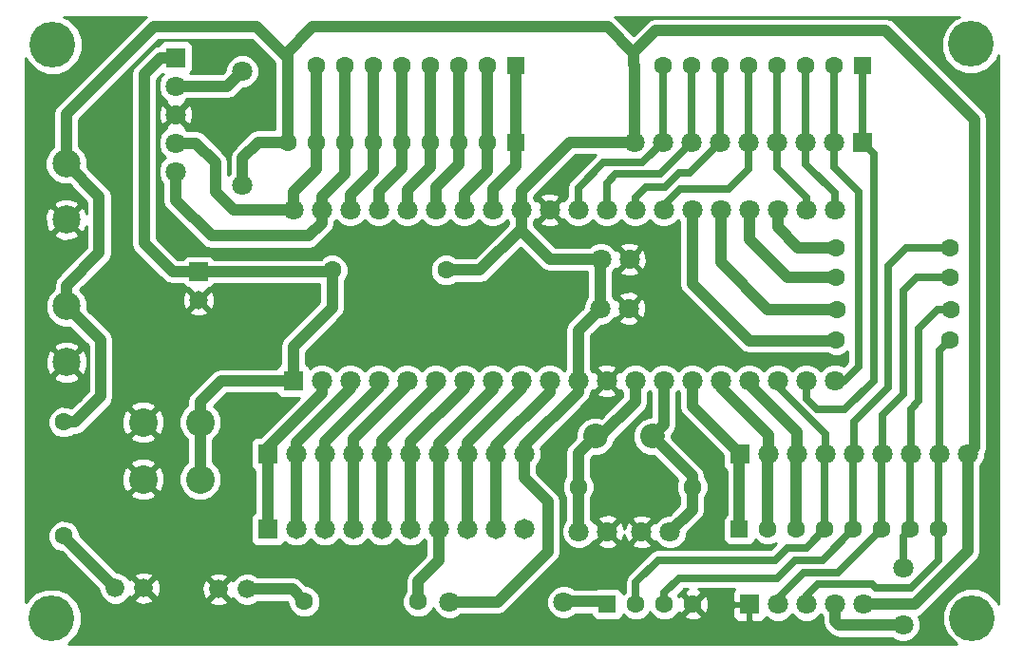
<source format=gbl>
G04 (created by PCBNEW (2013-07-07 BZR 4022)-stable) date 9/17/2014 12:18:49 PM*
%MOIN*%
G04 Gerber Fmt 3.4, Leading zero omitted, Abs format*
%FSLAX34Y34*%
G01*
G70*
G90*
G04 APERTURE LIST*
%ADD10C,0.00590551*%
%ADD11R,0.0713701X0.0713701*%
%ADD12C,0.0713701*%
%ADD13R,0.0708661X0.0708661*%
%ADD14C,0.0708661*%
%ADD15R,0.0629921X0.0629921*%
%ADD16C,0.0629921*%
%ADD17R,0.065X0.065*%
%ADD18C,0.065*%
%ADD19C,0.0984252*%
%ADD20C,0.066*%
%ADD21C,0.1*%
%ADD22C,0.0866142*%
%ADD23C,0.16*%
%ADD24C,0.0275591*%
%ADD25C,0.0393701*%
%ADD26C,0.01*%
G04 APERTURE END LIST*
G54D10*
G54D11*
X56759Y-61259D03*
G54D12*
X57759Y-61259D03*
X58759Y-61259D03*
X59759Y-61259D03*
X60759Y-61259D03*
X61759Y-61259D03*
X62759Y-61259D03*
X63759Y-61259D03*
X64759Y-61259D03*
X65759Y-61259D03*
G54D13*
X57650Y-56050D03*
G54D14*
X58650Y-56050D03*
X59650Y-56050D03*
X60650Y-56050D03*
X61650Y-56050D03*
X62650Y-56050D03*
X63650Y-56050D03*
X64650Y-56050D03*
X65650Y-56050D03*
X66650Y-56050D03*
X67650Y-56050D03*
X68650Y-56050D03*
X69650Y-56050D03*
X70650Y-56050D03*
X71650Y-56050D03*
X72650Y-56050D03*
X73650Y-56050D03*
X74650Y-56050D03*
X75650Y-56050D03*
X76650Y-56050D03*
X76650Y-50050D03*
X75650Y-50050D03*
X74650Y-50050D03*
X73650Y-50050D03*
X72650Y-50050D03*
X71650Y-50050D03*
X70650Y-50050D03*
X69650Y-50050D03*
X68650Y-50050D03*
X67650Y-50050D03*
X66650Y-50050D03*
X65650Y-50050D03*
X64650Y-50050D03*
X63650Y-50050D03*
X62650Y-50050D03*
X61650Y-50050D03*
X60650Y-50050D03*
X59650Y-50050D03*
X58650Y-50050D03*
X57650Y-50050D03*
G54D15*
X65450Y-45000D03*
G54D16*
X64450Y-45000D03*
X63450Y-45000D03*
X62450Y-45000D03*
X61450Y-45000D03*
X60450Y-45000D03*
X59450Y-45000D03*
X58450Y-45000D03*
G54D15*
X73311Y-61259D03*
G54D16*
X74311Y-61259D03*
X75311Y-61259D03*
X76311Y-61259D03*
X77311Y-61259D03*
X78311Y-61259D03*
X79311Y-61259D03*
X80311Y-61259D03*
G54D15*
X77625Y-45000D03*
G54D16*
X76625Y-45000D03*
X75625Y-45000D03*
X74625Y-45000D03*
X73625Y-45000D03*
X72625Y-45000D03*
X71625Y-45000D03*
X70625Y-45000D03*
X63023Y-52165D03*
X59023Y-52165D03*
X67650Y-59775D03*
X71650Y-59775D03*
X62040Y-63790D03*
X58040Y-63790D03*
X49600Y-57500D03*
X49600Y-61500D03*
G54D17*
X54330Y-52216D03*
G54D18*
X54330Y-53216D03*
G54D14*
X68426Y-53504D03*
X69426Y-53504D03*
X68448Y-51788D03*
X69448Y-51788D03*
X67669Y-61338D03*
X68669Y-61338D03*
X70875Y-61350D03*
X69875Y-61350D03*
G54D19*
X49700Y-53431D03*
X49700Y-55400D03*
G54D15*
X65450Y-47675D03*
G54D16*
X64450Y-47675D03*
X63450Y-47675D03*
X62450Y-47675D03*
X61450Y-47675D03*
X60450Y-47675D03*
X59450Y-47675D03*
X58450Y-47675D03*
X57450Y-47675D03*
G54D20*
X56031Y-63366D03*
X55031Y-63366D03*
X51409Y-63326D03*
X52409Y-63326D03*
G54D16*
X76692Y-51377D03*
X80692Y-51377D03*
X76692Y-52429D03*
X80692Y-52429D03*
X76716Y-53547D03*
X80716Y-53547D03*
X76708Y-54610D03*
X80708Y-54610D03*
G54D21*
X52385Y-57503D03*
X54385Y-57503D03*
X52385Y-59503D03*
X54385Y-59503D03*
G54D13*
X73322Y-58622D03*
G54D14*
X74322Y-58622D03*
X75322Y-58622D03*
X76322Y-58622D03*
X77322Y-58622D03*
X78322Y-58622D03*
X79322Y-58622D03*
X80322Y-58622D03*
X81322Y-58622D03*
G54D13*
X77622Y-47675D03*
G54D14*
X76622Y-47675D03*
X75622Y-47675D03*
X74622Y-47675D03*
X73622Y-47675D03*
X72622Y-47675D03*
X71622Y-47675D03*
X70622Y-47675D03*
X69622Y-47675D03*
G54D13*
X53523Y-44704D03*
G54D14*
X53523Y-45704D03*
X53523Y-46704D03*
X53523Y-47704D03*
X53523Y-48704D03*
G54D13*
X73661Y-63897D03*
G54D14*
X74661Y-63897D03*
X75661Y-63897D03*
X76661Y-63897D03*
X77661Y-63897D03*
G54D15*
X68677Y-63897D03*
G54D16*
X69677Y-63897D03*
X70677Y-63897D03*
X71677Y-63897D03*
G54D13*
X56759Y-58622D03*
G54D14*
X57759Y-58622D03*
X58759Y-58622D03*
X59759Y-58622D03*
X60759Y-58622D03*
X61759Y-58622D03*
X62759Y-58622D03*
X63759Y-58622D03*
X64759Y-58622D03*
X65759Y-58622D03*
X63137Y-63818D03*
X67137Y-63818D03*
X55866Y-49185D03*
X55866Y-45185D03*
G54D22*
X70251Y-57992D03*
X68251Y-57992D03*
G54D14*
X79055Y-62622D03*
X79055Y-64622D03*
G54D19*
X49685Y-48425D03*
X49685Y-50393D03*
G54D23*
X49212Y-44251D03*
X81437Y-44232D03*
X81476Y-64370D03*
X49173Y-64389D03*
G54D24*
X74661Y-63897D02*
X74661Y-63685D01*
X76777Y-62793D02*
X78311Y-61259D01*
X75552Y-62793D02*
X76777Y-62793D01*
X74661Y-63685D02*
X75552Y-62793D01*
X78311Y-61259D02*
X78311Y-58633D01*
X78311Y-58633D02*
X78322Y-58622D01*
X78322Y-58622D02*
X78322Y-57267D01*
X79539Y-52429D02*
X80692Y-52429D01*
X79074Y-52893D02*
X79539Y-52429D01*
X79074Y-56515D02*
X79074Y-52893D01*
X78322Y-57267D02*
X79074Y-56515D01*
X69677Y-63897D02*
X69677Y-63118D01*
X75661Y-61909D02*
X76311Y-61259D01*
X74980Y-61909D02*
X75661Y-61909D01*
X74547Y-62342D02*
X74980Y-61909D01*
X70452Y-62342D02*
X74547Y-62342D01*
X69677Y-63118D02*
X70452Y-62342D01*
X76311Y-61259D02*
X76311Y-58633D01*
X76311Y-58633D02*
X76322Y-58622D01*
X74650Y-56050D02*
X74650Y-56244D01*
X76322Y-57917D02*
X76322Y-58622D01*
X74650Y-56244D02*
X76322Y-57917D01*
X70677Y-63897D02*
X70677Y-63496D01*
X76228Y-62342D02*
X77311Y-61259D01*
X75275Y-62342D02*
X76228Y-62342D01*
X74645Y-62972D02*
X75275Y-62342D01*
X71200Y-62972D02*
X74645Y-62972D01*
X70677Y-63496D02*
X71200Y-62972D01*
X80692Y-51377D02*
X79173Y-51377D01*
X77322Y-57500D02*
X77322Y-58622D01*
X78543Y-56279D02*
X77322Y-57500D01*
X78543Y-52007D02*
X78543Y-56279D01*
X79173Y-51377D02*
X78543Y-52007D01*
X77311Y-61259D02*
X77311Y-58633D01*
X77311Y-58633D02*
X77322Y-58622D01*
G54D25*
X68251Y-57992D02*
X68444Y-57992D01*
X69650Y-56787D02*
X69650Y-56050D01*
X68444Y-57992D02*
X69650Y-56787D01*
X67650Y-59775D02*
X67650Y-58594D01*
X67650Y-58594D02*
X68251Y-57992D01*
X67650Y-59775D02*
X67650Y-61319D01*
X67650Y-61319D02*
X67669Y-61338D01*
X71650Y-59775D02*
X71650Y-59390D01*
X71650Y-59390D02*
X70251Y-57992D01*
X70650Y-56050D02*
X70650Y-57594D01*
X70650Y-57594D02*
X70251Y-57992D01*
X71650Y-59775D02*
X71650Y-60575D01*
X71650Y-60575D02*
X70875Y-61350D01*
X53523Y-48704D02*
X53523Y-49704D01*
X58650Y-50503D02*
X58650Y-50050D01*
X58188Y-50964D02*
X58650Y-50503D01*
X54783Y-50964D02*
X58188Y-50964D01*
X53523Y-49704D02*
X54783Y-50964D01*
X59450Y-47675D02*
X59450Y-45000D01*
X58650Y-50050D02*
X58650Y-49575D01*
X59450Y-48775D02*
X59450Y-47675D01*
X58650Y-49575D02*
X59450Y-48775D01*
X53523Y-47704D02*
X54240Y-47704D01*
X55561Y-50050D02*
X57650Y-50050D01*
X54921Y-49409D02*
X55561Y-50050D01*
X54921Y-48385D02*
X54921Y-49409D01*
X54240Y-47704D02*
X54921Y-48385D01*
X58450Y-47675D02*
X58450Y-48625D01*
X57650Y-49425D02*
X57650Y-50050D01*
X58450Y-48625D02*
X57650Y-49425D01*
X58450Y-45000D02*
X58450Y-47675D01*
X56759Y-58622D02*
X56759Y-58377D01*
X58650Y-56487D02*
X58650Y-56050D01*
X56759Y-58377D02*
X58650Y-56487D01*
X56759Y-61259D02*
X56759Y-58622D01*
X57759Y-61259D02*
X57759Y-58622D01*
X57759Y-58622D02*
X57759Y-58224D01*
X59650Y-56334D02*
X59650Y-56050D01*
X57759Y-58224D02*
X59650Y-56334D01*
X58759Y-61259D02*
X58759Y-58622D01*
X58759Y-58622D02*
X58759Y-58188D01*
X60650Y-56298D02*
X60650Y-56050D01*
X58759Y-58188D02*
X60650Y-56298D01*
X59759Y-61259D02*
X59759Y-58622D01*
X59759Y-58622D02*
X59759Y-58074D01*
X61650Y-56184D02*
X61650Y-56050D01*
X59759Y-58074D02*
X61650Y-56184D01*
X60759Y-61259D02*
X60759Y-58622D01*
X60759Y-58622D02*
X60759Y-58157D01*
X62650Y-56267D02*
X62650Y-56050D01*
X60759Y-58157D02*
X62650Y-56267D01*
X61759Y-61259D02*
X61759Y-58622D01*
X61759Y-58622D02*
X61759Y-58200D01*
X63650Y-56310D02*
X63650Y-56050D01*
X61759Y-58200D02*
X63650Y-56310D01*
X65450Y-45000D02*
X65450Y-47675D01*
X64650Y-50050D02*
X64650Y-49325D01*
X65450Y-48525D02*
X65450Y-47675D01*
X64650Y-49325D02*
X65450Y-48525D01*
X64450Y-45000D02*
X64450Y-47675D01*
X63650Y-50050D02*
X63650Y-49475D01*
X64450Y-48675D02*
X64450Y-47675D01*
X63650Y-49475D02*
X64450Y-48675D01*
X63450Y-47675D02*
X63450Y-45000D01*
X62650Y-50050D02*
X62650Y-49250D01*
X63450Y-48450D02*
X63450Y-47675D01*
X62650Y-49250D02*
X63450Y-48450D01*
X62450Y-47675D02*
X62450Y-45000D01*
X61650Y-50050D02*
X61650Y-49350D01*
X62450Y-48550D02*
X62450Y-47675D01*
X61650Y-49350D02*
X62450Y-48550D01*
X61450Y-48050D02*
X61450Y-45000D01*
X60650Y-50050D02*
X60650Y-49375D01*
X61450Y-48575D02*
X61450Y-48050D01*
X61450Y-48050D02*
X61450Y-47675D01*
X60650Y-49375D02*
X61450Y-48575D01*
X60450Y-47675D02*
X60450Y-45000D01*
X59650Y-50050D02*
X59650Y-49525D01*
X60450Y-48725D02*
X60450Y-47675D01*
X59650Y-49525D02*
X60450Y-48725D01*
X73311Y-61259D02*
X73311Y-58633D01*
X73311Y-58633D02*
X73322Y-58622D01*
X71650Y-56050D02*
X71650Y-56949D01*
X71650Y-56949D02*
X73322Y-58622D01*
X74311Y-61259D02*
X74311Y-58633D01*
X74311Y-58633D02*
X74322Y-58622D01*
X72650Y-56050D02*
X72650Y-56272D01*
X74322Y-57944D02*
X74322Y-58622D01*
X72650Y-56272D02*
X74322Y-57944D01*
X75311Y-61259D02*
X75311Y-58633D01*
X75311Y-58633D02*
X75322Y-58622D01*
X73650Y-56050D02*
X73650Y-56169D01*
X75322Y-57842D02*
X75322Y-58622D01*
X73650Y-56169D02*
X75322Y-57842D01*
X74650Y-50050D02*
X74650Y-50650D01*
X75377Y-51377D02*
X76692Y-51377D01*
X74650Y-50650D02*
X75377Y-51377D01*
X73650Y-50050D02*
X73650Y-51075D01*
X75003Y-52429D02*
X76692Y-52429D01*
X73650Y-51075D02*
X75003Y-52429D01*
X72650Y-50050D02*
X72650Y-51890D01*
X74307Y-53547D02*
X76716Y-53547D01*
X72650Y-51890D02*
X74307Y-53547D01*
X73650Y-54650D02*
X76700Y-54650D01*
X71650Y-52650D02*
X73650Y-54650D01*
X71650Y-50050D02*
X71650Y-52650D01*
G54D24*
X77625Y-45000D02*
X77625Y-47672D01*
X75650Y-56673D02*
X75650Y-56050D01*
X76043Y-57066D02*
X75650Y-56673D01*
X77007Y-57066D02*
X76043Y-57066D01*
X78031Y-56043D02*
X77007Y-57066D01*
X78031Y-48078D02*
X78031Y-56043D01*
X77625Y-47672D02*
X78031Y-48078D01*
X76650Y-56050D02*
X77001Y-56050D01*
X76622Y-48551D02*
X76622Y-47675D01*
X77500Y-49429D02*
X76622Y-48551D01*
X77500Y-55551D02*
X77500Y-49429D01*
X77001Y-56050D02*
X77500Y-55551D01*
X76622Y-47675D02*
X76622Y-45002D01*
X76622Y-45002D02*
X76625Y-45000D01*
X75622Y-47675D02*
X75622Y-45002D01*
X75622Y-45002D02*
X75625Y-45000D01*
X75622Y-47675D02*
X75622Y-48437D01*
X76650Y-49464D02*
X76650Y-50050D01*
X75622Y-48437D02*
X76650Y-49464D01*
X74622Y-47675D02*
X74622Y-45002D01*
X74622Y-45002D02*
X74625Y-45000D01*
X74622Y-47675D02*
X74622Y-48598D01*
X75650Y-49626D02*
X75650Y-50050D01*
X74622Y-48598D02*
X75650Y-49626D01*
X73622Y-47675D02*
X73622Y-45002D01*
X73622Y-45002D02*
X73625Y-45000D01*
X70650Y-50050D02*
X70650Y-49881D01*
X73622Y-48622D02*
X73622Y-47675D01*
X72933Y-49311D02*
X73622Y-48622D01*
X71220Y-49311D02*
X72933Y-49311D01*
X70650Y-49881D02*
X71220Y-49311D01*
X72622Y-47675D02*
X72622Y-45002D01*
X72622Y-45002D02*
X72625Y-45000D01*
X69650Y-50050D02*
X69650Y-49621D01*
X71556Y-48740D02*
X72622Y-47675D01*
X71200Y-48740D02*
X71556Y-48740D01*
X70688Y-49251D02*
X71200Y-48740D01*
X70019Y-49251D02*
X70688Y-49251D01*
X69650Y-49621D02*
X70019Y-49251D01*
X71622Y-47675D02*
X71622Y-45002D01*
X71622Y-45002D02*
X71625Y-45000D01*
X68650Y-50050D02*
X68650Y-49105D01*
X70517Y-48779D02*
X71622Y-47675D01*
X68976Y-48779D02*
X70517Y-48779D01*
X68650Y-49105D02*
X68976Y-48779D01*
X70622Y-47675D02*
X70622Y-45002D01*
X70622Y-45002D02*
X70625Y-45000D01*
X67650Y-50050D02*
X67650Y-49279D01*
X69911Y-48385D02*
X70622Y-47675D01*
X68543Y-48385D02*
X69911Y-48385D01*
X67650Y-49279D02*
X68543Y-48385D01*
G54D25*
X62040Y-63790D02*
X62040Y-63077D01*
X62759Y-62358D02*
X62759Y-61259D01*
X62040Y-63077D02*
X62759Y-62358D01*
X62759Y-61259D02*
X62759Y-58622D01*
X62759Y-58622D02*
X62759Y-58244D01*
X64650Y-56353D02*
X64650Y-56050D01*
X62759Y-58244D02*
X64650Y-56353D01*
X63759Y-61259D02*
X63759Y-58622D01*
X63759Y-58622D02*
X63759Y-58208D01*
X65650Y-56318D02*
X65650Y-56050D01*
X63759Y-58208D02*
X65650Y-56318D01*
X64759Y-61259D02*
X64759Y-58622D01*
X64759Y-58622D02*
X64759Y-58330D01*
X66650Y-56440D02*
X66650Y-56050D01*
X64759Y-58330D02*
X66650Y-56440D01*
X54330Y-52216D02*
X53417Y-52216D01*
X53011Y-44704D02*
X53523Y-44704D01*
X52421Y-45295D02*
X53011Y-44704D01*
X52421Y-51220D02*
X52421Y-45295D01*
X53417Y-52216D02*
X52421Y-51220D01*
X54330Y-52216D02*
X58972Y-52216D01*
X58972Y-52216D02*
X59023Y-52165D01*
X54385Y-59503D02*
X54385Y-57503D01*
X54385Y-57503D02*
X54385Y-56795D01*
X55131Y-56050D02*
X57650Y-56050D01*
X54385Y-56795D02*
X55131Y-56050D01*
X57650Y-56050D02*
X57650Y-54850D01*
X59023Y-53476D02*
X59023Y-52165D01*
X57650Y-54850D02*
X59023Y-53476D01*
G54D24*
X80311Y-61259D02*
X80311Y-62346D01*
X75661Y-63570D02*
X75661Y-63897D01*
X76062Y-63169D02*
X75661Y-63570D01*
X77952Y-63169D02*
X76062Y-63169D01*
X78110Y-63326D02*
X77952Y-63169D01*
X79330Y-63326D02*
X78110Y-63326D01*
X80311Y-62346D02*
X79330Y-63326D01*
X80311Y-61259D02*
X80311Y-58633D01*
X80311Y-58633D02*
X80322Y-58622D01*
X80322Y-58622D02*
X80322Y-54996D01*
X80322Y-54996D02*
X80708Y-54610D01*
X79055Y-62622D02*
X79055Y-61515D01*
X79055Y-61515D02*
X79311Y-61259D01*
X79311Y-61259D02*
X79311Y-58633D01*
X79311Y-58633D02*
X79322Y-58622D01*
X79322Y-58622D02*
X79322Y-57035D01*
X80271Y-53547D02*
X80716Y-53547D01*
X79606Y-54212D02*
X80271Y-53547D01*
X79606Y-56751D02*
X79606Y-54212D01*
X79322Y-57035D02*
X79606Y-56751D01*
G54D25*
X49600Y-61500D02*
X49600Y-61517D01*
X49600Y-61517D02*
X51409Y-63326D01*
X56031Y-63366D02*
X57616Y-63366D01*
X57616Y-63366D02*
X58040Y-63790D01*
X67140Y-63790D02*
X68609Y-63790D01*
X68609Y-63790D02*
X68706Y-63887D01*
X53523Y-45704D02*
X55346Y-45704D01*
X55346Y-45704D02*
X55866Y-45185D01*
X76661Y-63897D02*
X76661Y-64476D01*
X76807Y-64622D02*
X79055Y-64622D01*
X76661Y-64476D02*
X76807Y-64622D01*
X69606Y-44547D02*
X69606Y-44527D01*
X81555Y-58389D02*
X81322Y-58622D01*
X81555Y-46870D02*
X81555Y-58389D01*
X78444Y-43759D02*
X81555Y-46870D01*
X70374Y-43759D02*
X78444Y-43759D01*
X69606Y-44527D02*
X70374Y-43759D01*
X69622Y-47675D02*
X69622Y-44976D01*
X58346Y-43622D02*
X57359Y-44609D01*
X68681Y-43622D02*
X58346Y-43622D01*
X69606Y-44547D02*
X68681Y-43622D01*
X69606Y-44960D02*
X69606Y-44547D01*
X69622Y-44976D02*
X69606Y-44960D01*
X77661Y-63897D02*
X79448Y-63897D01*
X79448Y-63897D02*
X81322Y-62023D01*
X81322Y-62023D02*
X81322Y-58622D01*
X49685Y-48425D02*
X49685Y-46692D01*
X49685Y-46692D02*
X52755Y-43622D01*
X52755Y-43622D02*
X56372Y-43622D01*
X56372Y-43622D02*
X57359Y-44609D01*
X57359Y-44609D02*
X57398Y-44648D01*
X57450Y-47675D02*
X57450Y-44700D01*
X57398Y-44648D02*
X57450Y-44700D01*
X49700Y-53431D02*
X49700Y-52701D01*
X50846Y-49586D02*
X49685Y-48425D01*
X50846Y-51555D02*
X50846Y-49586D01*
X49700Y-52701D02*
X50846Y-51555D01*
X63137Y-63818D02*
X64822Y-63818D01*
X65759Y-59460D02*
X65759Y-58622D01*
X66594Y-60295D02*
X65759Y-59460D01*
X66594Y-62047D02*
X66594Y-60295D01*
X64822Y-63818D02*
X66594Y-62047D01*
X65759Y-58622D02*
X65759Y-58334D01*
X67650Y-56444D02*
X67650Y-56050D01*
X65759Y-58334D02*
X67650Y-56444D01*
X65650Y-50050D02*
X65650Y-49389D01*
X65650Y-49389D02*
X67364Y-47675D01*
X67364Y-47675D02*
X69622Y-47675D01*
X55866Y-49185D02*
X55866Y-48228D01*
X56419Y-47675D02*
X57450Y-47675D01*
X55866Y-48228D02*
X56419Y-47675D01*
X49600Y-57500D02*
X50000Y-57500D01*
X50900Y-54631D02*
X49700Y-53431D01*
X50900Y-56600D02*
X50900Y-54631D01*
X50000Y-57500D02*
X50900Y-56600D01*
X67650Y-56002D02*
X67650Y-54280D01*
X67650Y-54280D02*
X68426Y-53504D01*
X65650Y-50725D02*
X65650Y-50775D01*
X66663Y-51788D02*
X68448Y-51788D01*
X65650Y-50775D02*
X66663Y-51788D01*
X63023Y-52165D02*
X64209Y-52165D01*
X65650Y-50725D02*
X65650Y-50050D01*
X64209Y-52165D02*
X65650Y-50725D01*
X68448Y-51788D02*
X68426Y-51810D01*
X68426Y-51810D02*
X68426Y-53504D01*
G54D10*
G36*
X82407Y-63873D02*
X82367Y-63776D01*
X82071Y-63480D01*
X81686Y-63320D01*
X81268Y-63319D01*
X80882Y-63479D01*
X80586Y-63774D01*
X80426Y-64160D01*
X80426Y-64578D01*
X80585Y-64964D01*
X80880Y-65259D01*
X80933Y-65281D01*
X73611Y-65281D01*
X73611Y-64439D01*
X73611Y-63947D01*
X73119Y-63947D01*
X73057Y-64010D01*
X73057Y-64202D01*
X73057Y-64301D01*
X73095Y-64393D01*
X73165Y-64464D01*
X73257Y-64502D01*
X73548Y-64501D01*
X73611Y-64439D01*
X73611Y-65281D01*
X72246Y-65281D01*
X72246Y-63982D01*
X72236Y-63758D01*
X72170Y-63600D01*
X72073Y-63571D01*
X71747Y-63897D01*
X72073Y-64223D01*
X72170Y-64194D01*
X72246Y-63982D01*
X72246Y-65281D01*
X72003Y-65281D01*
X72003Y-64294D01*
X71677Y-63968D01*
X71351Y-64294D01*
X71380Y-64391D01*
X71591Y-64467D01*
X71816Y-64456D01*
X71974Y-64391D01*
X72003Y-64294D01*
X72003Y-65281D01*
X58606Y-65281D01*
X58606Y-63678D01*
X58520Y-63470D01*
X58361Y-63311D01*
X58153Y-63225D01*
X58107Y-63225D01*
X57932Y-63050D01*
X57787Y-62953D01*
X57616Y-62919D01*
X56404Y-62919D01*
X56360Y-62874D01*
X56147Y-62786D01*
X55916Y-62786D01*
X55703Y-62874D01*
X55540Y-63037D01*
X55531Y-63058D01*
X55439Y-63029D01*
X55368Y-63099D01*
X55368Y-62958D01*
X55337Y-62860D01*
X55120Y-62781D01*
X54889Y-62791D01*
X54725Y-62860D01*
X54694Y-62958D01*
X55031Y-63295D01*
X55368Y-62958D01*
X55368Y-63099D01*
X55102Y-63366D01*
X55439Y-63703D01*
X55531Y-63674D01*
X55539Y-63694D01*
X55702Y-63857D01*
X55915Y-63946D01*
X56146Y-63946D01*
X56359Y-63858D01*
X56404Y-63812D01*
X57431Y-63812D01*
X57475Y-63857D01*
X57475Y-63902D01*
X57561Y-64110D01*
X57720Y-64269D01*
X57928Y-64355D01*
X58152Y-64355D01*
X58360Y-64269D01*
X58519Y-64110D01*
X58605Y-63903D01*
X58606Y-63678D01*
X58606Y-65281D01*
X55368Y-65281D01*
X55368Y-63773D01*
X55031Y-63436D01*
X54960Y-63507D01*
X54960Y-63366D01*
X54623Y-63029D01*
X54525Y-63060D01*
X54446Y-63277D01*
X54457Y-63507D01*
X54525Y-63672D01*
X54623Y-63703D01*
X54960Y-63366D01*
X54960Y-63507D01*
X54694Y-63773D01*
X54725Y-63872D01*
X54942Y-63950D01*
X55173Y-63940D01*
X55337Y-63872D01*
X55368Y-63773D01*
X55368Y-65281D01*
X53139Y-65281D01*
X53139Y-59633D01*
X53139Y-57633D01*
X53131Y-57335D01*
X53032Y-57095D01*
X52916Y-57044D01*
X52845Y-57114D01*
X52845Y-56973D01*
X52793Y-56857D01*
X52515Y-56750D01*
X52217Y-56758D01*
X51977Y-56857D01*
X51925Y-56973D01*
X52385Y-57433D01*
X52845Y-56973D01*
X52845Y-57114D01*
X52456Y-57503D01*
X52916Y-57963D01*
X53032Y-57911D01*
X53139Y-57633D01*
X53139Y-59633D01*
X53131Y-59335D01*
X53032Y-59095D01*
X52916Y-59044D01*
X52845Y-59114D01*
X52845Y-58973D01*
X52845Y-58034D01*
X52385Y-57574D01*
X52315Y-57645D01*
X52315Y-57503D01*
X51855Y-57044D01*
X51739Y-57095D01*
X51632Y-57374D01*
X51639Y-57672D01*
X51739Y-57911D01*
X51855Y-57963D01*
X52315Y-57503D01*
X52315Y-57645D01*
X51925Y-58034D01*
X51977Y-58150D01*
X52256Y-58257D01*
X52554Y-58249D01*
X52793Y-58150D01*
X52845Y-58034D01*
X52845Y-58973D01*
X52793Y-58857D01*
X52515Y-58750D01*
X52217Y-58758D01*
X51977Y-58857D01*
X51925Y-58973D01*
X52385Y-59433D01*
X52845Y-58973D01*
X52845Y-59114D01*
X52456Y-59503D01*
X52916Y-59963D01*
X53032Y-59911D01*
X53139Y-59633D01*
X53139Y-65281D01*
X52994Y-65281D01*
X52994Y-63415D01*
X52983Y-63185D01*
X52915Y-63020D01*
X52845Y-62998D01*
X52845Y-60034D01*
X52385Y-59574D01*
X52315Y-59645D01*
X52315Y-59503D01*
X51855Y-59044D01*
X51739Y-59095D01*
X51632Y-59374D01*
X51639Y-59672D01*
X51739Y-59911D01*
X51855Y-59963D01*
X52315Y-59503D01*
X52315Y-59645D01*
X51925Y-60034D01*
X51977Y-60150D01*
X52256Y-60257D01*
X52554Y-60249D01*
X52793Y-60150D01*
X52845Y-60034D01*
X52845Y-62998D01*
X52817Y-62989D01*
X52746Y-63060D01*
X52746Y-62919D01*
X52715Y-62820D01*
X52498Y-62742D01*
X52267Y-62752D01*
X52103Y-62820D01*
X52072Y-62919D01*
X52409Y-63256D01*
X52746Y-62919D01*
X52746Y-63060D01*
X52480Y-63326D01*
X52817Y-63663D01*
X52915Y-63632D01*
X52994Y-63415D01*
X52994Y-65281D01*
X52746Y-65281D01*
X52746Y-63734D01*
X52409Y-63397D01*
X52338Y-63468D01*
X52338Y-63326D01*
X52001Y-62989D01*
X51909Y-63018D01*
X51901Y-62998D01*
X51738Y-62835D01*
X51525Y-62746D01*
X51461Y-62746D01*
X50165Y-61450D01*
X50165Y-61388D01*
X50079Y-61180D01*
X49920Y-61021D01*
X49712Y-60935D01*
X49488Y-60934D01*
X49280Y-61020D01*
X49121Y-61179D01*
X49035Y-61387D01*
X49034Y-61611D01*
X49120Y-61819D01*
X49279Y-61978D01*
X49487Y-62064D01*
X49515Y-62064D01*
X50829Y-63378D01*
X50829Y-63441D01*
X50917Y-63654D01*
X51080Y-63818D01*
X51293Y-63906D01*
X51524Y-63906D01*
X51737Y-63818D01*
X51900Y-63655D01*
X51909Y-63634D01*
X52001Y-63663D01*
X52338Y-63326D01*
X52338Y-63468D01*
X52072Y-63734D01*
X52103Y-63832D01*
X52320Y-63911D01*
X52551Y-63900D01*
X52715Y-63832D01*
X52746Y-63734D01*
X52746Y-65281D01*
X49764Y-65281D01*
X49767Y-65280D01*
X50062Y-64985D01*
X50223Y-64599D01*
X50223Y-64181D01*
X50063Y-63795D01*
X49768Y-63500D01*
X49383Y-63339D01*
X48965Y-63339D01*
X48579Y-63499D01*
X48283Y-63794D01*
X48269Y-63827D01*
X48269Y-44719D01*
X48321Y-44845D01*
X48617Y-45141D01*
X49002Y-45301D01*
X49420Y-45302D01*
X49806Y-45142D01*
X50102Y-44847D01*
X50262Y-44461D01*
X50262Y-44044D01*
X50103Y-43657D01*
X49808Y-43362D01*
X49585Y-43269D01*
X52494Y-43269D01*
X52439Y-43306D01*
X49369Y-46376D01*
X49272Y-46521D01*
X49238Y-46692D01*
X49238Y-47822D01*
X49056Y-48004D01*
X48943Y-48276D01*
X48942Y-48572D01*
X49055Y-48845D01*
X49264Y-49053D01*
X49536Y-49167D01*
X49795Y-49167D01*
X50399Y-49771D01*
X50399Y-50169D01*
X50325Y-49990D01*
X50209Y-49939D01*
X50139Y-50010D01*
X50139Y-49868D01*
X50088Y-49753D01*
X49812Y-49647D01*
X49517Y-49655D01*
X49281Y-49753D01*
X49230Y-49868D01*
X49685Y-50322D01*
X50139Y-49868D01*
X50139Y-50010D01*
X49755Y-50393D01*
X50209Y-50847D01*
X50325Y-50797D01*
X50399Y-50602D01*
X50399Y-51370D01*
X50139Y-51630D01*
X50139Y-50918D01*
X49685Y-50464D01*
X49614Y-50535D01*
X49614Y-50393D01*
X49160Y-49939D01*
X49044Y-49990D01*
X48939Y-50266D01*
X48947Y-50561D01*
X49044Y-50797D01*
X49160Y-50847D01*
X49614Y-50393D01*
X49614Y-50535D01*
X49230Y-50918D01*
X49281Y-51033D01*
X49557Y-51139D01*
X49852Y-51131D01*
X50088Y-51033D01*
X50139Y-50918D01*
X50139Y-51630D01*
X49384Y-52385D01*
X49287Y-52530D01*
X49253Y-52701D01*
X49253Y-52828D01*
X49071Y-53010D01*
X48958Y-53283D01*
X48957Y-53578D01*
X49070Y-53851D01*
X49279Y-54060D01*
X49551Y-54173D01*
X49810Y-54173D01*
X50453Y-54816D01*
X50453Y-56414D01*
X50445Y-56422D01*
X50445Y-55527D01*
X50437Y-55232D01*
X50340Y-54996D01*
X50224Y-54945D01*
X50154Y-55016D01*
X50154Y-54875D01*
X50103Y-54759D01*
X49827Y-54654D01*
X49532Y-54662D01*
X49296Y-54759D01*
X49245Y-54875D01*
X49700Y-55329D01*
X50154Y-54875D01*
X50154Y-55016D01*
X49770Y-55400D01*
X50224Y-55854D01*
X50340Y-55803D01*
X50445Y-55527D01*
X50445Y-56422D01*
X50154Y-56713D01*
X50154Y-55924D01*
X49700Y-55470D01*
X49629Y-55541D01*
X49629Y-55400D01*
X49175Y-54945D01*
X49059Y-54996D01*
X48954Y-55272D01*
X48962Y-55567D01*
X49059Y-55803D01*
X49175Y-55854D01*
X49629Y-55400D01*
X49629Y-55541D01*
X49245Y-55924D01*
X49296Y-56040D01*
X49572Y-56145D01*
X49867Y-56137D01*
X50103Y-56040D01*
X50154Y-55924D01*
X50154Y-56713D01*
X49868Y-56999D01*
X49712Y-56935D01*
X49488Y-56934D01*
X49280Y-57020D01*
X49121Y-57179D01*
X49035Y-57387D01*
X49034Y-57611D01*
X49120Y-57819D01*
X49279Y-57978D01*
X49487Y-58064D01*
X49711Y-58065D01*
X49919Y-57979D01*
X49952Y-57946D01*
X50000Y-57946D01*
X50171Y-57912D01*
X50171Y-57912D01*
X50315Y-57815D01*
X51215Y-56915D01*
X51312Y-56771D01*
X51312Y-56771D01*
X51346Y-56600D01*
X51346Y-54631D01*
X51346Y-54631D01*
X51312Y-54460D01*
X51215Y-54315D01*
X51215Y-54315D01*
X50442Y-53541D01*
X50442Y-53284D01*
X50329Y-53011D01*
X50175Y-52857D01*
X51162Y-51871D01*
X51162Y-51871D01*
X51259Y-51726D01*
X51293Y-51555D01*
X51293Y-51555D01*
X51293Y-49586D01*
X51259Y-49415D01*
X51259Y-49415D01*
X51162Y-49270D01*
X50427Y-48535D01*
X50427Y-48278D01*
X50314Y-48005D01*
X50131Y-47822D01*
X50131Y-46878D01*
X52940Y-44068D01*
X56186Y-44068D01*
X57003Y-44885D01*
X57003Y-47228D01*
X56419Y-47228D01*
X56248Y-47262D01*
X56103Y-47359D01*
X55550Y-47912D01*
X55453Y-48057D01*
X55419Y-48228D01*
X55419Y-48777D01*
X55368Y-48828D01*
X55368Y-48385D01*
X55334Y-48214D01*
X55237Y-48069D01*
X55237Y-48069D01*
X54556Y-47388D01*
X54411Y-47291D01*
X54240Y-47257D01*
X54132Y-47257D01*
X54132Y-46799D01*
X54122Y-46559D01*
X54049Y-46384D01*
X53948Y-46350D01*
X53594Y-46704D01*
X53948Y-47059D01*
X54049Y-47025D01*
X54132Y-46799D01*
X54132Y-47257D01*
X53931Y-47257D01*
X53866Y-47192D01*
X53858Y-47189D01*
X53878Y-47129D01*
X53523Y-46775D01*
X53452Y-46846D01*
X53452Y-46704D01*
X53098Y-46350D01*
X52997Y-46384D01*
X52914Y-46609D01*
X52924Y-46850D01*
X52997Y-47025D01*
X53098Y-47059D01*
X53452Y-46704D01*
X53452Y-46846D01*
X53169Y-47129D01*
X53188Y-47189D01*
X53181Y-47192D01*
X53011Y-47361D01*
X52919Y-47583D01*
X52919Y-47824D01*
X53010Y-48046D01*
X53168Y-48204D01*
X53011Y-48361D01*
X52919Y-48583D01*
X52919Y-48824D01*
X53010Y-49046D01*
X53076Y-49112D01*
X53076Y-49704D01*
X53110Y-49875D01*
X53207Y-50020D01*
X54467Y-51280D01*
X54612Y-51377D01*
X54783Y-51411D01*
X58188Y-51411D01*
X58359Y-51377D01*
X58359Y-51377D01*
X58504Y-51280D01*
X58965Y-50819D01*
X59062Y-50674D01*
X59062Y-50674D01*
X59096Y-50503D01*
X59096Y-50457D01*
X59150Y-50404D01*
X59307Y-50562D01*
X59529Y-50654D01*
X59769Y-50654D01*
X59991Y-50562D01*
X60150Y-50404D01*
X60307Y-50562D01*
X60529Y-50654D01*
X60769Y-50654D01*
X60991Y-50562D01*
X61150Y-50404D01*
X61307Y-50562D01*
X61529Y-50654D01*
X61769Y-50654D01*
X61991Y-50562D01*
X62150Y-50404D01*
X62307Y-50562D01*
X62529Y-50654D01*
X62769Y-50654D01*
X62991Y-50562D01*
X63150Y-50404D01*
X63307Y-50562D01*
X63529Y-50654D01*
X63769Y-50654D01*
X63991Y-50562D01*
X64150Y-50404D01*
X64307Y-50562D01*
X64529Y-50654D01*
X64769Y-50654D01*
X64991Y-50562D01*
X65150Y-50404D01*
X65203Y-50457D01*
X65203Y-50539D01*
X64024Y-51718D01*
X63375Y-51718D01*
X63344Y-51686D01*
X63136Y-51600D01*
X62911Y-51600D01*
X62704Y-51686D01*
X62544Y-51844D01*
X62458Y-52052D01*
X62458Y-52277D01*
X62544Y-52484D01*
X62703Y-52644D01*
X62910Y-52730D01*
X63135Y-52730D01*
X63343Y-52644D01*
X63375Y-52612D01*
X64209Y-52612D01*
X64380Y-52578D01*
X64380Y-52578D01*
X64525Y-52481D01*
X65624Y-51381D01*
X66347Y-52103D01*
X66347Y-52103D01*
X66491Y-52200D01*
X66662Y-52234D01*
X66663Y-52234D01*
X67979Y-52234D01*
X67979Y-53096D01*
X67913Y-53161D01*
X67821Y-53383D01*
X67821Y-53476D01*
X67334Y-53964D01*
X67237Y-54108D01*
X67203Y-54280D01*
X67203Y-55642D01*
X67149Y-55695D01*
X66992Y-55537D01*
X66770Y-55445D01*
X66530Y-55445D01*
X66308Y-55537D01*
X66149Y-55695D01*
X65992Y-55537D01*
X65770Y-55445D01*
X65530Y-55445D01*
X65308Y-55537D01*
X65149Y-55695D01*
X64992Y-55537D01*
X64770Y-55445D01*
X64530Y-55445D01*
X64308Y-55537D01*
X64149Y-55695D01*
X63992Y-55537D01*
X63770Y-55445D01*
X63530Y-55445D01*
X63308Y-55537D01*
X63149Y-55695D01*
X62992Y-55537D01*
X62770Y-55445D01*
X62530Y-55445D01*
X62308Y-55537D01*
X62149Y-55695D01*
X61992Y-55537D01*
X61770Y-55445D01*
X61530Y-55445D01*
X61308Y-55537D01*
X61149Y-55695D01*
X60992Y-55537D01*
X60770Y-55445D01*
X60530Y-55445D01*
X60308Y-55537D01*
X60149Y-55695D01*
X59992Y-55537D01*
X59770Y-55445D01*
X59530Y-55445D01*
X59308Y-55537D01*
X59149Y-55695D01*
X58992Y-55537D01*
X58770Y-55445D01*
X58530Y-55445D01*
X58308Y-55537D01*
X58238Y-55607D01*
X58216Y-55554D01*
X58146Y-55483D01*
X58096Y-55463D01*
X58096Y-55035D01*
X59339Y-53792D01*
X59436Y-53647D01*
X59436Y-53647D01*
X59470Y-53476D01*
X59470Y-52517D01*
X59502Y-52485D01*
X59588Y-52278D01*
X59588Y-52053D01*
X59502Y-51845D01*
X59344Y-51686D01*
X59136Y-51600D01*
X58911Y-51600D01*
X58704Y-51686D01*
X58620Y-51769D01*
X54875Y-51769D01*
X54867Y-51750D01*
X54797Y-51679D01*
X54705Y-51641D01*
X54606Y-51641D01*
X53956Y-51641D01*
X53864Y-51679D01*
X53793Y-51749D01*
X53785Y-51769D01*
X53602Y-51769D01*
X52868Y-51035D01*
X52868Y-45480D01*
X53062Y-45285D01*
X53080Y-45292D01*
X53011Y-45361D01*
X52919Y-45583D01*
X52919Y-45824D01*
X53010Y-46046D01*
X53180Y-46216D01*
X53189Y-46220D01*
X53169Y-46279D01*
X53523Y-46634D01*
X53878Y-46279D01*
X53858Y-46220D01*
X53865Y-46217D01*
X53931Y-46151D01*
X55346Y-46151D01*
X55517Y-46117D01*
X55517Y-46117D01*
X55662Y-46020D01*
X55893Y-45789D01*
X55985Y-45789D01*
X56208Y-45697D01*
X56378Y-45527D01*
X56470Y-45305D01*
X56470Y-45065D01*
X56378Y-44843D01*
X56208Y-44673D01*
X55986Y-44580D01*
X55746Y-44580D01*
X55524Y-44672D01*
X55354Y-44842D01*
X55261Y-45064D01*
X55261Y-45157D01*
X55161Y-45257D01*
X54032Y-45257D01*
X54089Y-45200D01*
X54127Y-45109D01*
X54127Y-45009D01*
X54127Y-44300D01*
X54090Y-44208D01*
X54019Y-44138D01*
X53927Y-44100D01*
X53828Y-44100D01*
X53119Y-44100D01*
X53027Y-44138D01*
X52957Y-44208D01*
X52930Y-44274D01*
X52840Y-44291D01*
X52695Y-44388D01*
X52105Y-44979D01*
X52008Y-45124D01*
X51974Y-45295D01*
X51974Y-51220D01*
X52008Y-51391D01*
X52105Y-51536D01*
X53101Y-52532D01*
X53246Y-52629D01*
X53417Y-52663D01*
X53785Y-52663D01*
X53793Y-52682D01*
X53863Y-52753D01*
X53955Y-52791D01*
X54003Y-52791D01*
X53997Y-52812D01*
X54330Y-53145D01*
X54664Y-52812D01*
X54657Y-52791D01*
X54705Y-52791D01*
X54797Y-52753D01*
X54867Y-52683D01*
X54875Y-52663D01*
X58576Y-52663D01*
X58576Y-53291D01*
X57334Y-54534D01*
X57237Y-54678D01*
X57203Y-54850D01*
X57203Y-55463D01*
X57154Y-55483D01*
X57083Y-55553D01*
X57063Y-55603D01*
X55131Y-55603D01*
X54960Y-55637D01*
X54910Y-55670D01*
X54910Y-53304D01*
X54899Y-53075D01*
X54832Y-52913D01*
X54734Y-52883D01*
X54401Y-53216D01*
X54734Y-53549D01*
X54832Y-53519D01*
X54910Y-53304D01*
X54910Y-55670D01*
X54815Y-55734D01*
X54664Y-55885D01*
X54664Y-53620D01*
X54330Y-53287D01*
X54259Y-53357D01*
X54259Y-53216D01*
X53926Y-52883D01*
X53828Y-52913D01*
X53751Y-53128D01*
X53761Y-53357D01*
X53828Y-53519D01*
X53926Y-53549D01*
X54259Y-53216D01*
X54259Y-53357D01*
X53997Y-53620D01*
X54027Y-53718D01*
X54242Y-53796D01*
X54471Y-53785D01*
X54633Y-53718D01*
X54664Y-53620D01*
X54664Y-55885D01*
X54069Y-56479D01*
X53972Y-56624D01*
X53938Y-56795D01*
X53938Y-56890D01*
X53750Y-57078D01*
X53635Y-57354D01*
X53635Y-57652D01*
X53749Y-57928D01*
X53938Y-58117D01*
X53938Y-58890D01*
X53750Y-59078D01*
X53635Y-59354D01*
X53635Y-59652D01*
X53749Y-59928D01*
X53960Y-60139D01*
X54235Y-60253D01*
X54534Y-60254D01*
X54810Y-60140D01*
X55021Y-59929D01*
X55135Y-59653D01*
X55135Y-59355D01*
X55022Y-59079D01*
X54832Y-58889D01*
X54832Y-58117D01*
X55021Y-57929D01*
X55135Y-57653D01*
X55135Y-57355D01*
X55022Y-57079D01*
X54877Y-56935D01*
X55316Y-56496D01*
X57063Y-56496D01*
X57083Y-56545D01*
X57153Y-56616D01*
X57245Y-56654D01*
X57345Y-56654D01*
X57851Y-56654D01*
X56488Y-58017D01*
X56356Y-58017D01*
X56264Y-58055D01*
X56193Y-58125D01*
X56155Y-58217D01*
X56155Y-58317D01*
X56155Y-59025D01*
X56193Y-59117D01*
X56263Y-59188D01*
X56312Y-59208D01*
X56312Y-60669D01*
X56261Y-60690D01*
X56191Y-60761D01*
X56153Y-60853D01*
X56152Y-60952D01*
X56152Y-61666D01*
X56190Y-61758D01*
X56261Y-61828D01*
X56353Y-61866D01*
X56452Y-61866D01*
X57166Y-61866D01*
X57258Y-61828D01*
X57328Y-61758D01*
X57349Y-61707D01*
X57415Y-61774D01*
X57638Y-61866D01*
X57880Y-61866D01*
X58103Y-61774D01*
X58259Y-61618D01*
X58415Y-61774D01*
X58638Y-61866D01*
X58880Y-61866D01*
X59103Y-61774D01*
X59259Y-61618D01*
X59415Y-61774D01*
X59638Y-61866D01*
X59880Y-61866D01*
X60103Y-61774D01*
X60259Y-61618D01*
X60415Y-61774D01*
X60638Y-61866D01*
X60880Y-61866D01*
X61103Y-61774D01*
X61259Y-61618D01*
X61415Y-61774D01*
X61638Y-61866D01*
X61880Y-61866D01*
X62103Y-61774D01*
X62259Y-61618D01*
X62312Y-61671D01*
X62312Y-62173D01*
X61724Y-62761D01*
X61628Y-62906D01*
X61594Y-63077D01*
X61594Y-63438D01*
X61562Y-63470D01*
X61476Y-63677D01*
X61475Y-63902D01*
X61561Y-64110D01*
X61720Y-64269D01*
X61928Y-64355D01*
X62152Y-64355D01*
X62360Y-64269D01*
X62519Y-64110D01*
X62562Y-64008D01*
X62625Y-64160D01*
X62795Y-64330D01*
X63017Y-64423D01*
X63257Y-64423D01*
X63479Y-64331D01*
X63545Y-64265D01*
X64822Y-64265D01*
X64993Y-64231D01*
X64993Y-64231D01*
X65138Y-64134D01*
X66910Y-62363D01*
X67007Y-62218D01*
X67007Y-62218D01*
X67041Y-62047D01*
X67041Y-60295D01*
X67041Y-60295D01*
X67007Y-60124D01*
X66910Y-59979D01*
X66910Y-59979D01*
X66206Y-59275D01*
X66206Y-59029D01*
X66271Y-58964D01*
X66364Y-58742D01*
X66364Y-58502D01*
X66323Y-58403D01*
X67965Y-56760D01*
X68062Y-56615D01*
X68093Y-56461D01*
X68162Y-56392D01*
X68165Y-56384D01*
X68224Y-56404D01*
X68579Y-56050D01*
X68224Y-55695D01*
X68165Y-55715D01*
X68162Y-55708D01*
X68096Y-55642D01*
X68096Y-54465D01*
X68453Y-54108D01*
X68545Y-54108D01*
X68767Y-54016D01*
X68938Y-53846D01*
X68941Y-53838D01*
X69000Y-53858D01*
X69355Y-53504D01*
X69000Y-53149D01*
X68941Y-53169D01*
X68938Y-53162D01*
X68872Y-53096D01*
X68872Y-52217D01*
X68960Y-52130D01*
X68963Y-52122D01*
X69022Y-52142D01*
X69377Y-51788D01*
X69022Y-51433D01*
X68963Y-51453D01*
X68960Y-51446D01*
X68790Y-51275D01*
X68568Y-51183D01*
X68328Y-51183D01*
X68106Y-51275D01*
X68040Y-51341D01*
X67004Y-51341D01*
X67004Y-50475D01*
X66650Y-50120D01*
X66295Y-50475D01*
X66329Y-50576D01*
X66555Y-50658D01*
X66795Y-50648D01*
X66970Y-50576D01*
X67004Y-50475D01*
X67004Y-51341D01*
X66848Y-51341D01*
X66096Y-50589D01*
X66096Y-50457D01*
X66162Y-50392D01*
X66165Y-50384D01*
X66224Y-50404D01*
X66579Y-50050D01*
X66224Y-49695D01*
X66165Y-49715D01*
X66162Y-49708D01*
X66096Y-49642D01*
X66096Y-49574D01*
X67549Y-48121D01*
X68258Y-48121D01*
X67375Y-49004D01*
X67291Y-49130D01*
X67262Y-49279D01*
X67262Y-49583D01*
X67137Y-49707D01*
X67134Y-49715D01*
X67075Y-49695D01*
X67004Y-49766D01*
X67004Y-49624D01*
X66970Y-49523D01*
X66744Y-49441D01*
X66504Y-49451D01*
X66329Y-49523D01*
X66295Y-49624D01*
X66650Y-49979D01*
X67004Y-49624D01*
X67004Y-49766D01*
X66720Y-50050D01*
X67075Y-50404D01*
X67134Y-50384D01*
X67137Y-50391D01*
X67307Y-50562D01*
X67529Y-50654D01*
X67769Y-50654D01*
X67991Y-50562D01*
X68150Y-50404D01*
X68307Y-50562D01*
X68529Y-50654D01*
X68769Y-50654D01*
X68991Y-50562D01*
X69150Y-50404D01*
X69307Y-50562D01*
X69529Y-50654D01*
X69769Y-50654D01*
X69991Y-50562D01*
X70150Y-50404D01*
X70307Y-50562D01*
X70529Y-50654D01*
X70769Y-50654D01*
X70991Y-50562D01*
X71150Y-50404D01*
X71203Y-50457D01*
X71203Y-52650D01*
X71237Y-52821D01*
X71334Y-52965D01*
X73334Y-54965D01*
X73334Y-54965D01*
X73478Y-55062D01*
X73649Y-55096D01*
X73650Y-55096D01*
X76407Y-55096D01*
X76595Y-55175D01*
X76820Y-55175D01*
X77028Y-55089D01*
X77112Y-55005D01*
X77112Y-55390D01*
X76972Y-55529D01*
X76770Y-55445D01*
X76530Y-55445D01*
X76308Y-55537D01*
X76149Y-55695D01*
X75992Y-55537D01*
X75770Y-55445D01*
X75530Y-55445D01*
X75308Y-55537D01*
X75149Y-55695D01*
X74992Y-55537D01*
X74770Y-55445D01*
X74530Y-55445D01*
X74308Y-55537D01*
X74149Y-55695D01*
X73992Y-55537D01*
X73770Y-55445D01*
X73530Y-55445D01*
X73308Y-55537D01*
X73149Y-55695D01*
X72992Y-55537D01*
X72770Y-55445D01*
X72530Y-55445D01*
X72308Y-55537D01*
X72149Y-55695D01*
X71992Y-55537D01*
X71770Y-55445D01*
X71530Y-55445D01*
X71308Y-55537D01*
X71149Y-55695D01*
X70992Y-55537D01*
X70770Y-55445D01*
X70530Y-55445D01*
X70308Y-55537D01*
X70149Y-55695D01*
X70056Y-55602D01*
X70056Y-51882D01*
X70046Y-51642D01*
X69974Y-51467D01*
X69873Y-51433D01*
X69802Y-51504D01*
X69802Y-51362D01*
X69768Y-51261D01*
X69542Y-51179D01*
X69302Y-51189D01*
X69127Y-51261D01*
X69093Y-51362D01*
X69448Y-51717D01*
X69802Y-51362D01*
X69802Y-51504D01*
X69518Y-51788D01*
X69873Y-52142D01*
X69974Y-52108D01*
X70056Y-51882D01*
X70056Y-55602D01*
X70034Y-55580D01*
X70034Y-53598D01*
X70024Y-53358D01*
X69952Y-53183D01*
X69851Y-53149D01*
X69802Y-53198D01*
X69802Y-52213D01*
X69448Y-51858D01*
X69093Y-52213D01*
X69127Y-52314D01*
X69353Y-52396D01*
X69593Y-52386D01*
X69768Y-52314D01*
X69802Y-52213D01*
X69802Y-53198D01*
X69780Y-53220D01*
X69780Y-53078D01*
X69746Y-52977D01*
X69520Y-52895D01*
X69280Y-52905D01*
X69105Y-52977D01*
X69071Y-53078D01*
X69426Y-53433D01*
X69780Y-53078D01*
X69780Y-53220D01*
X69496Y-53504D01*
X69851Y-53858D01*
X69952Y-53824D01*
X70034Y-53598D01*
X70034Y-55580D01*
X69992Y-55537D01*
X69780Y-55449D01*
X69780Y-53929D01*
X69426Y-53574D01*
X69071Y-53929D01*
X69105Y-54030D01*
X69331Y-54112D01*
X69571Y-54102D01*
X69746Y-54030D01*
X69780Y-53929D01*
X69780Y-55449D01*
X69770Y-55445D01*
X69530Y-55445D01*
X69308Y-55537D01*
X69137Y-55707D01*
X69134Y-55715D01*
X69075Y-55695D01*
X69004Y-55766D01*
X69004Y-55624D01*
X68970Y-55523D01*
X68744Y-55441D01*
X68504Y-55451D01*
X68329Y-55523D01*
X68295Y-55624D01*
X68650Y-55979D01*
X69004Y-55624D01*
X69004Y-55766D01*
X68720Y-56050D01*
X69075Y-56404D01*
X69134Y-56384D01*
X69137Y-56391D01*
X69203Y-56457D01*
X69203Y-56601D01*
X69004Y-56800D01*
X69004Y-56475D01*
X68650Y-56120D01*
X68295Y-56475D01*
X68329Y-56576D01*
X68555Y-56658D01*
X68795Y-56648D01*
X68970Y-56576D01*
X69004Y-56475D01*
X69004Y-56800D01*
X68464Y-57340D01*
X68388Y-57309D01*
X68116Y-57308D01*
X67865Y-57412D01*
X67673Y-57604D01*
X67569Y-57855D01*
X67568Y-58043D01*
X67334Y-58278D01*
X67237Y-58423D01*
X67203Y-58594D01*
X67203Y-59422D01*
X67171Y-59454D01*
X67085Y-59662D01*
X67084Y-59886D01*
X67170Y-60094D01*
X67203Y-60127D01*
X67203Y-60950D01*
X67157Y-60995D01*
X67065Y-61217D01*
X67064Y-61458D01*
X67156Y-61680D01*
X67326Y-61850D01*
X67548Y-61942D01*
X67788Y-61943D01*
X68011Y-61851D01*
X68181Y-61681D01*
X68184Y-61673D01*
X68244Y-61693D01*
X68598Y-61338D01*
X68244Y-60984D01*
X68184Y-61003D01*
X68181Y-60996D01*
X68096Y-60911D01*
X68096Y-60127D01*
X68128Y-60095D01*
X68214Y-59887D01*
X68215Y-59663D01*
X68129Y-59455D01*
X68096Y-59422D01*
X68096Y-58779D01*
X68200Y-58675D01*
X68387Y-58675D01*
X68638Y-58571D01*
X68830Y-58379D01*
X68931Y-58137D01*
X69965Y-57102D01*
X69965Y-57102D01*
X70062Y-56958D01*
X70096Y-56787D01*
X70096Y-56787D01*
X70096Y-56457D01*
X70150Y-56404D01*
X70203Y-56457D01*
X70203Y-57309D01*
X70116Y-57308D01*
X69865Y-57412D01*
X69673Y-57604D01*
X69569Y-57855D01*
X69568Y-58127D01*
X69672Y-58378D01*
X69864Y-58570D01*
X70115Y-58675D01*
X70303Y-58675D01*
X71145Y-59517D01*
X71085Y-59662D01*
X71084Y-59886D01*
X71170Y-60094D01*
X71203Y-60127D01*
X71203Y-60389D01*
X70847Y-60745D01*
X70755Y-60745D01*
X70533Y-60837D01*
X70362Y-61007D01*
X70359Y-61015D01*
X70300Y-60995D01*
X70229Y-61066D01*
X70229Y-60924D01*
X70195Y-60823D01*
X69969Y-60741D01*
X69729Y-60751D01*
X69554Y-60823D01*
X69520Y-60924D01*
X69875Y-61279D01*
X70229Y-60924D01*
X70229Y-61066D01*
X69945Y-61350D01*
X70300Y-61704D01*
X70359Y-61684D01*
X70362Y-61691D01*
X70532Y-61862D01*
X70754Y-61954D01*
X70994Y-61954D01*
X71216Y-61862D01*
X71387Y-61692D01*
X71479Y-61470D01*
X71479Y-61377D01*
X71965Y-60890D01*
X72062Y-60746D01*
X72096Y-60575D01*
X72096Y-60575D01*
X72096Y-60127D01*
X72128Y-60095D01*
X72214Y-59887D01*
X72215Y-59663D01*
X72129Y-59455D01*
X72096Y-59422D01*
X72096Y-59390D01*
X72062Y-59219D01*
X71965Y-59074D01*
X70934Y-58043D01*
X70935Y-57940D01*
X70965Y-57910D01*
X70965Y-57910D01*
X71062Y-57765D01*
X71096Y-57594D01*
X71096Y-57594D01*
X71096Y-56457D01*
X71150Y-56404D01*
X71203Y-56457D01*
X71203Y-56949D01*
X71237Y-57120D01*
X71334Y-57265D01*
X72718Y-58649D01*
X72718Y-59025D01*
X72756Y-59117D01*
X72826Y-59188D01*
X72864Y-59203D01*
X72864Y-60728D01*
X72854Y-60732D01*
X72784Y-60803D01*
X72746Y-60894D01*
X72746Y-60994D01*
X72746Y-61624D01*
X72783Y-61716D01*
X72854Y-61786D01*
X72946Y-61824D01*
X73045Y-61824D01*
X73675Y-61824D01*
X73767Y-61786D01*
X73837Y-61716D01*
X73875Y-61624D01*
X73875Y-61623D01*
X73990Y-61738D01*
X74198Y-61824D01*
X74422Y-61824D01*
X74582Y-61759D01*
X74386Y-61954D01*
X70452Y-61954D01*
X70304Y-61984D01*
X70262Y-62012D01*
X70229Y-62034D01*
X70229Y-61775D01*
X69875Y-61420D01*
X69804Y-61491D01*
X69804Y-61350D01*
X69449Y-60995D01*
X69348Y-61029D01*
X69270Y-61244D01*
X69268Y-61193D01*
X69195Y-61018D01*
X69094Y-60984D01*
X69023Y-61054D01*
X69023Y-60913D01*
X68989Y-60812D01*
X68764Y-60729D01*
X68523Y-60739D01*
X68348Y-60812D01*
X68314Y-60913D01*
X68669Y-61267D01*
X69023Y-60913D01*
X69023Y-61054D01*
X68740Y-61338D01*
X69094Y-61693D01*
X69195Y-61659D01*
X69274Y-61444D01*
X69276Y-61495D01*
X69348Y-61670D01*
X69449Y-61704D01*
X69804Y-61350D01*
X69804Y-61491D01*
X69520Y-61775D01*
X69554Y-61876D01*
X69780Y-61958D01*
X70020Y-61948D01*
X70195Y-61876D01*
X70229Y-61775D01*
X70229Y-62034D01*
X70178Y-62068D01*
X69402Y-62843D01*
X69318Y-62969D01*
X69289Y-63118D01*
X69289Y-63486D01*
X69242Y-63533D01*
X69242Y-63533D01*
X69204Y-63441D01*
X69133Y-63370D01*
X69042Y-63332D01*
X69023Y-63332D01*
X69023Y-61763D01*
X68669Y-61409D01*
X68314Y-61763D01*
X68348Y-61864D01*
X68574Y-61947D01*
X68814Y-61937D01*
X68989Y-61864D01*
X69023Y-61763D01*
X69023Y-63332D01*
X68942Y-63332D01*
X68312Y-63332D01*
X68285Y-63343D01*
X67517Y-63343D01*
X67480Y-63306D01*
X67258Y-63214D01*
X67018Y-63214D01*
X66795Y-63306D01*
X66625Y-63476D01*
X66533Y-63698D01*
X66533Y-63938D01*
X66625Y-64160D01*
X66795Y-64330D01*
X67017Y-64423D01*
X67257Y-64423D01*
X67479Y-64331D01*
X67573Y-64237D01*
X68112Y-64237D01*
X68112Y-64262D01*
X68150Y-64354D01*
X68220Y-64424D01*
X68312Y-64462D01*
X68411Y-64462D01*
X69041Y-64462D01*
X69133Y-64424D01*
X69203Y-64354D01*
X69242Y-64262D01*
X69242Y-64261D01*
X69356Y-64376D01*
X69564Y-64462D01*
X69789Y-64462D01*
X69996Y-64376D01*
X70155Y-64218D01*
X70177Y-64166D01*
X70197Y-64217D01*
X70356Y-64376D01*
X70564Y-64462D01*
X70789Y-64462D01*
X70996Y-64376D01*
X71155Y-64218D01*
X71174Y-64172D01*
X71183Y-64194D01*
X71280Y-64223D01*
X71606Y-63897D01*
X71280Y-63571D01*
X71183Y-63600D01*
X71175Y-63623D01*
X71156Y-63578D01*
X71150Y-63571D01*
X71361Y-63360D01*
X71485Y-63360D01*
X71380Y-63403D01*
X71351Y-63500D01*
X71677Y-63826D01*
X72003Y-63500D01*
X71974Y-63403D01*
X71852Y-63360D01*
X73136Y-63360D01*
X73095Y-63401D01*
X73057Y-63493D01*
X73057Y-63592D01*
X73057Y-63785D01*
X73119Y-63847D01*
X73611Y-63847D01*
X73611Y-63839D01*
X73711Y-63839D01*
X73711Y-63847D01*
X73719Y-63847D01*
X73719Y-63947D01*
X73711Y-63947D01*
X73711Y-64439D01*
X73773Y-64501D01*
X74065Y-64502D01*
X74157Y-64464D01*
X74227Y-64393D01*
X74249Y-64340D01*
X74318Y-64409D01*
X74540Y-64501D01*
X74781Y-64502D01*
X75003Y-64410D01*
X75161Y-64252D01*
X75318Y-64409D01*
X75540Y-64501D01*
X75781Y-64502D01*
X76003Y-64410D01*
X76161Y-64252D01*
X76214Y-64305D01*
X76214Y-64476D01*
X76248Y-64647D01*
X76345Y-64792D01*
X76491Y-64938D01*
X76636Y-65034D01*
X76636Y-65034D01*
X76807Y-65068D01*
X78647Y-65068D01*
X78712Y-65134D01*
X78934Y-65226D01*
X79174Y-65226D01*
X79396Y-65134D01*
X79567Y-64964D01*
X79659Y-64742D01*
X79659Y-64502D01*
X79583Y-64317D01*
X79619Y-64310D01*
X79619Y-64310D01*
X79764Y-64213D01*
X81638Y-62339D01*
X81638Y-62339D01*
X81735Y-62194D01*
X81769Y-62023D01*
X81769Y-62023D01*
X81769Y-59029D01*
X81834Y-58964D01*
X81927Y-58742D01*
X81927Y-58621D01*
X81967Y-58560D01*
X81967Y-58560D01*
X82001Y-58389D01*
X82001Y-46870D01*
X81967Y-46699D01*
X81967Y-46699D01*
X81871Y-46554D01*
X78760Y-43443D01*
X78615Y-43347D01*
X78444Y-43312D01*
X70374Y-43312D01*
X70203Y-43347D01*
X70058Y-43443D01*
X69596Y-43905D01*
X68997Y-43306D01*
X68942Y-43269D01*
X81017Y-43269D01*
X80843Y-43341D01*
X80547Y-43636D01*
X80387Y-44022D01*
X80386Y-44440D01*
X80546Y-44826D01*
X80841Y-45121D01*
X81227Y-45282D01*
X81644Y-45282D01*
X82031Y-45122D01*
X82326Y-44827D01*
X82407Y-44633D01*
X82407Y-63873D01*
X82407Y-63873D01*
G37*
G54D26*
X82407Y-63873D02*
X82367Y-63776D01*
X82071Y-63480D01*
X81686Y-63320D01*
X81268Y-63319D01*
X80882Y-63479D01*
X80586Y-63774D01*
X80426Y-64160D01*
X80426Y-64578D01*
X80585Y-64964D01*
X80880Y-65259D01*
X80933Y-65281D01*
X73611Y-65281D01*
X73611Y-64439D01*
X73611Y-63947D01*
X73119Y-63947D01*
X73057Y-64010D01*
X73057Y-64202D01*
X73057Y-64301D01*
X73095Y-64393D01*
X73165Y-64464D01*
X73257Y-64502D01*
X73548Y-64501D01*
X73611Y-64439D01*
X73611Y-65281D01*
X72246Y-65281D01*
X72246Y-63982D01*
X72236Y-63758D01*
X72170Y-63600D01*
X72073Y-63571D01*
X71747Y-63897D01*
X72073Y-64223D01*
X72170Y-64194D01*
X72246Y-63982D01*
X72246Y-65281D01*
X72003Y-65281D01*
X72003Y-64294D01*
X71677Y-63968D01*
X71351Y-64294D01*
X71380Y-64391D01*
X71591Y-64467D01*
X71816Y-64456D01*
X71974Y-64391D01*
X72003Y-64294D01*
X72003Y-65281D01*
X58606Y-65281D01*
X58606Y-63678D01*
X58520Y-63470D01*
X58361Y-63311D01*
X58153Y-63225D01*
X58107Y-63225D01*
X57932Y-63050D01*
X57787Y-62953D01*
X57616Y-62919D01*
X56404Y-62919D01*
X56360Y-62874D01*
X56147Y-62786D01*
X55916Y-62786D01*
X55703Y-62874D01*
X55540Y-63037D01*
X55531Y-63058D01*
X55439Y-63029D01*
X55368Y-63099D01*
X55368Y-62958D01*
X55337Y-62860D01*
X55120Y-62781D01*
X54889Y-62791D01*
X54725Y-62860D01*
X54694Y-62958D01*
X55031Y-63295D01*
X55368Y-62958D01*
X55368Y-63099D01*
X55102Y-63366D01*
X55439Y-63703D01*
X55531Y-63674D01*
X55539Y-63694D01*
X55702Y-63857D01*
X55915Y-63946D01*
X56146Y-63946D01*
X56359Y-63858D01*
X56404Y-63812D01*
X57431Y-63812D01*
X57475Y-63857D01*
X57475Y-63902D01*
X57561Y-64110D01*
X57720Y-64269D01*
X57928Y-64355D01*
X58152Y-64355D01*
X58360Y-64269D01*
X58519Y-64110D01*
X58605Y-63903D01*
X58606Y-63678D01*
X58606Y-65281D01*
X55368Y-65281D01*
X55368Y-63773D01*
X55031Y-63436D01*
X54960Y-63507D01*
X54960Y-63366D01*
X54623Y-63029D01*
X54525Y-63060D01*
X54446Y-63277D01*
X54457Y-63507D01*
X54525Y-63672D01*
X54623Y-63703D01*
X54960Y-63366D01*
X54960Y-63507D01*
X54694Y-63773D01*
X54725Y-63872D01*
X54942Y-63950D01*
X55173Y-63940D01*
X55337Y-63872D01*
X55368Y-63773D01*
X55368Y-65281D01*
X53139Y-65281D01*
X53139Y-59633D01*
X53139Y-57633D01*
X53131Y-57335D01*
X53032Y-57095D01*
X52916Y-57044D01*
X52845Y-57114D01*
X52845Y-56973D01*
X52793Y-56857D01*
X52515Y-56750D01*
X52217Y-56758D01*
X51977Y-56857D01*
X51925Y-56973D01*
X52385Y-57433D01*
X52845Y-56973D01*
X52845Y-57114D01*
X52456Y-57503D01*
X52916Y-57963D01*
X53032Y-57911D01*
X53139Y-57633D01*
X53139Y-59633D01*
X53131Y-59335D01*
X53032Y-59095D01*
X52916Y-59044D01*
X52845Y-59114D01*
X52845Y-58973D01*
X52845Y-58034D01*
X52385Y-57574D01*
X52315Y-57645D01*
X52315Y-57503D01*
X51855Y-57044D01*
X51739Y-57095D01*
X51632Y-57374D01*
X51639Y-57672D01*
X51739Y-57911D01*
X51855Y-57963D01*
X52315Y-57503D01*
X52315Y-57645D01*
X51925Y-58034D01*
X51977Y-58150D01*
X52256Y-58257D01*
X52554Y-58249D01*
X52793Y-58150D01*
X52845Y-58034D01*
X52845Y-58973D01*
X52793Y-58857D01*
X52515Y-58750D01*
X52217Y-58758D01*
X51977Y-58857D01*
X51925Y-58973D01*
X52385Y-59433D01*
X52845Y-58973D01*
X52845Y-59114D01*
X52456Y-59503D01*
X52916Y-59963D01*
X53032Y-59911D01*
X53139Y-59633D01*
X53139Y-65281D01*
X52994Y-65281D01*
X52994Y-63415D01*
X52983Y-63185D01*
X52915Y-63020D01*
X52845Y-62998D01*
X52845Y-60034D01*
X52385Y-59574D01*
X52315Y-59645D01*
X52315Y-59503D01*
X51855Y-59044D01*
X51739Y-59095D01*
X51632Y-59374D01*
X51639Y-59672D01*
X51739Y-59911D01*
X51855Y-59963D01*
X52315Y-59503D01*
X52315Y-59645D01*
X51925Y-60034D01*
X51977Y-60150D01*
X52256Y-60257D01*
X52554Y-60249D01*
X52793Y-60150D01*
X52845Y-60034D01*
X52845Y-62998D01*
X52817Y-62989D01*
X52746Y-63060D01*
X52746Y-62919D01*
X52715Y-62820D01*
X52498Y-62742D01*
X52267Y-62752D01*
X52103Y-62820D01*
X52072Y-62919D01*
X52409Y-63256D01*
X52746Y-62919D01*
X52746Y-63060D01*
X52480Y-63326D01*
X52817Y-63663D01*
X52915Y-63632D01*
X52994Y-63415D01*
X52994Y-65281D01*
X52746Y-65281D01*
X52746Y-63734D01*
X52409Y-63397D01*
X52338Y-63468D01*
X52338Y-63326D01*
X52001Y-62989D01*
X51909Y-63018D01*
X51901Y-62998D01*
X51738Y-62835D01*
X51525Y-62746D01*
X51461Y-62746D01*
X50165Y-61450D01*
X50165Y-61388D01*
X50079Y-61180D01*
X49920Y-61021D01*
X49712Y-60935D01*
X49488Y-60934D01*
X49280Y-61020D01*
X49121Y-61179D01*
X49035Y-61387D01*
X49034Y-61611D01*
X49120Y-61819D01*
X49279Y-61978D01*
X49487Y-62064D01*
X49515Y-62064D01*
X50829Y-63378D01*
X50829Y-63441D01*
X50917Y-63654D01*
X51080Y-63818D01*
X51293Y-63906D01*
X51524Y-63906D01*
X51737Y-63818D01*
X51900Y-63655D01*
X51909Y-63634D01*
X52001Y-63663D01*
X52338Y-63326D01*
X52338Y-63468D01*
X52072Y-63734D01*
X52103Y-63832D01*
X52320Y-63911D01*
X52551Y-63900D01*
X52715Y-63832D01*
X52746Y-63734D01*
X52746Y-65281D01*
X49764Y-65281D01*
X49767Y-65280D01*
X50062Y-64985D01*
X50223Y-64599D01*
X50223Y-64181D01*
X50063Y-63795D01*
X49768Y-63500D01*
X49383Y-63339D01*
X48965Y-63339D01*
X48579Y-63499D01*
X48283Y-63794D01*
X48269Y-63827D01*
X48269Y-44719D01*
X48321Y-44845D01*
X48617Y-45141D01*
X49002Y-45301D01*
X49420Y-45302D01*
X49806Y-45142D01*
X50102Y-44847D01*
X50262Y-44461D01*
X50262Y-44044D01*
X50103Y-43657D01*
X49808Y-43362D01*
X49585Y-43269D01*
X52494Y-43269D01*
X52439Y-43306D01*
X49369Y-46376D01*
X49272Y-46521D01*
X49238Y-46692D01*
X49238Y-47822D01*
X49056Y-48004D01*
X48943Y-48276D01*
X48942Y-48572D01*
X49055Y-48845D01*
X49264Y-49053D01*
X49536Y-49167D01*
X49795Y-49167D01*
X50399Y-49771D01*
X50399Y-50169D01*
X50325Y-49990D01*
X50209Y-49939D01*
X50139Y-50010D01*
X50139Y-49868D01*
X50088Y-49753D01*
X49812Y-49647D01*
X49517Y-49655D01*
X49281Y-49753D01*
X49230Y-49868D01*
X49685Y-50322D01*
X50139Y-49868D01*
X50139Y-50010D01*
X49755Y-50393D01*
X50209Y-50847D01*
X50325Y-50797D01*
X50399Y-50602D01*
X50399Y-51370D01*
X50139Y-51630D01*
X50139Y-50918D01*
X49685Y-50464D01*
X49614Y-50535D01*
X49614Y-50393D01*
X49160Y-49939D01*
X49044Y-49990D01*
X48939Y-50266D01*
X48947Y-50561D01*
X49044Y-50797D01*
X49160Y-50847D01*
X49614Y-50393D01*
X49614Y-50535D01*
X49230Y-50918D01*
X49281Y-51033D01*
X49557Y-51139D01*
X49852Y-51131D01*
X50088Y-51033D01*
X50139Y-50918D01*
X50139Y-51630D01*
X49384Y-52385D01*
X49287Y-52530D01*
X49253Y-52701D01*
X49253Y-52828D01*
X49071Y-53010D01*
X48958Y-53283D01*
X48957Y-53578D01*
X49070Y-53851D01*
X49279Y-54060D01*
X49551Y-54173D01*
X49810Y-54173D01*
X50453Y-54816D01*
X50453Y-56414D01*
X50445Y-56422D01*
X50445Y-55527D01*
X50437Y-55232D01*
X50340Y-54996D01*
X50224Y-54945D01*
X50154Y-55016D01*
X50154Y-54875D01*
X50103Y-54759D01*
X49827Y-54654D01*
X49532Y-54662D01*
X49296Y-54759D01*
X49245Y-54875D01*
X49700Y-55329D01*
X50154Y-54875D01*
X50154Y-55016D01*
X49770Y-55400D01*
X50224Y-55854D01*
X50340Y-55803D01*
X50445Y-55527D01*
X50445Y-56422D01*
X50154Y-56713D01*
X50154Y-55924D01*
X49700Y-55470D01*
X49629Y-55541D01*
X49629Y-55400D01*
X49175Y-54945D01*
X49059Y-54996D01*
X48954Y-55272D01*
X48962Y-55567D01*
X49059Y-55803D01*
X49175Y-55854D01*
X49629Y-55400D01*
X49629Y-55541D01*
X49245Y-55924D01*
X49296Y-56040D01*
X49572Y-56145D01*
X49867Y-56137D01*
X50103Y-56040D01*
X50154Y-55924D01*
X50154Y-56713D01*
X49868Y-56999D01*
X49712Y-56935D01*
X49488Y-56934D01*
X49280Y-57020D01*
X49121Y-57179D01*
X49035Y-57387D01*
X49034Y-57611D01*
X49120Y-57819D01*
X49279Y-57978D01*
X49487Y-58064D01*
X49711Y-58065D01*
X49919Y-57979D01*
X49952Y-57946D01*
X50000Y-57946D01*
X50171Y-57912D01*
X50171Y-57912D01*
X50315Y-57815D01*
X51215Y-56915D01*
X51312Y-56771D01*
X51312Y-56771D01*
X51346Y-56600D01*
X51346Y-54631D01*
X51346Y-54631D01*
X51312Y-54460D01*
X51215Y-54315D01*
X51215Y-54315D01*
X50442Y-53541D01*
X50442Y-53284D01*
X50329Y-53011D01*
X50175Y-52857D01*
X51162Y-51871D01*
X51162Y-51871D01*
X51259Y-51726D01*
X51293Y-51555D01*
X51293Y-51555D01*
X51293Y-49586D01*
X51259Y-49415D01*
X51259Y-49415D01*
X51162Y-49270D01*
X50427Y-48535D01*
X50427Y-48278D01*
X50314Y-48005D01*
X50131Y-47822D01*
X50131Y-46878D01*
X52940Y-44068D01*
X56186Y-44068D01*
X57003Y-44885D01*
X57003Y-47228D01*
X56419Y-47228D01*
X56248Y-47262D01*
X56103Y-47359D01*
X55550Y-47912D01*
X55453Y-48057D01*
X55419Y-48228D01*
X55419Y-48777D01*
X55368Y-48828D01*
X55368Y-48385D01*
X55334Y-48214D01*
X55237Y-48069D01*
X55237Y-48069D01*
X54556Y-47388D01*
X54411Y-47291D01*
X54240Y-47257D01*
X54132Y-47257D01*
X54132Y-46799D01*
X54122Y-46559D01*
X54049Y-46384D01*
X53948Y-46350D01*
X53594Y-46704D01*
X53948Y-47059D01*
X54049Y-47025D01*
X54132Y-46799D01*
X54132Y-47257D01*
X53931Y-47257D01*
X53866Y-47192D01*
X53858Y-47189D01*
X53878Y-47129D01*
X53523Y-46775D01*
X53452Y-46846D01*
X53452Y-46704D01*
X53098Y-46350D01*
X52997Y-46384D01*
X52914Y-46609D01*
X52924Y-46850D01*
X52997Y-47025D01*
X53098Y-47059D01*
X53452Y-46704D01*
X53452Y-46846D01*
X53169Y-47129D01*
X53188Y-47189D01*
X53181Y-47192D01*
X53011Y-47361D01*
X52919Y-47583D01*
X52919Y-47824D01*
X53010Y-48046D01*
X53168Y-48204D01*
X53011Y-48361D01*
X52919Y-48583D01*
X52919Y-48824D01*
X53010Y-49046D01*
X53076Y-49112D01*
X53076Y-49704D01*
X53110Y-49875D01*
X53207Y-50020D01*
X54467Y-51280D01*
X54612Y-51377D01*
X54783Y-51411D01*
X58188Y-51411D01*
X58359Y-51377D01*
X58359Y-51377D01*
X58504Y-51280D01*
X58965Y-50819D01*
X59062Y-50674D01*
X59062Y-50674D01*
X59096Y-50503D01*
X59096Y-50457D01*
X59150Y-50404D01*
X59307Y-50562D01*
X59529Y-50654D01*
X59769Y-50654D01*
X59991Y-50562D01*
X60150Y-50404D01*
X60307Y-50562D01*
X60529Y-50654D01*
X60769Y-50654D01*
X60991Y-50562D01*
X61150Y-50404D01*
X61307Y-50562D01*
X61529Y-50654D01*
X61769Y-50654D01*
X61991Y-50562D01*
X62150Y-50404D01*
X62307Y-50562D01*
X62529Y-50654D01*
X62769Y-50654D01*
X62991Y-50562D01*
X63150Y-50404D01*
X63307Y-50562D01*
X63529Y-50654D01*
X63769Y-50654D01*
X63991Y-50562D01*
X64150Y-50404D01*
X64307Y-50562D01*
X64529Y-50654D01*
X64769Y-50654D01*
X64991Y-50562D01*
X65150Y-50404D01*
X65203Y-50457D01*
X65203Y-50539D01*
X64024Y-51718D01*
X63375Y-51718D01*
X63344Y-51686D01*
X63136Y-51600D01*
X62911Y-51600D01*
X62704Y-51686D01*
X62544Y-51844D01*
X62458Y-52052D01*
X62458Y-52277D01*
X62544Y-52484D01*
X62703Y-52644D01*
X62910Y-52730D01*
X63135Y-52730D01*
X63343Y-52644D01*
X63375Y-52612D01*
X64209Y-52612D01*
X64380Y-52578D01*
X64380Y-52578D01*
X64525Y-52481D01*
X65624Y-51381D01*
X66347Y-52103D01*
X66347Y-52103D01*
X66491Y-52200D01*
X66662Y-52234D01*
X66663Y-52234D01*
X67979Y-52234D01*
X67979Y-53096D01*
X67913Y-53161D01*
X67821Y-53383D01*
X67821Y-53476D01*
X67334Y-53964D01*
X67237Y-54108D01*
X67203Y-54280D01*
X67203Y-55642D01*
X67149Y-55695D01*
X66992Y-55537D01*
X66770Y-55445D01*
X66530Y-55445D01*
X66308Y-55537D01*
X66149Y-55695D01*
X65992Y-55537D01*
X65770Y-55445D01*
X65530Y-55445D01*
X65308Y-55537D01*
X65149Y-55695D01*
X64992Y-55537D01*
X64770Y-55445D01*
X64530Y-55445D01*
X64308Y-55537D01*
X64149Y-55695D01*
X63992Y-55537D01*
X63770Y-55445D01*
X63530Y-55445D01*
X63308Y-55537D01*
X63149Y-55695D01*
X62992Y-55537D01*
X62770Y-55445D01*
X62530Y-55445D01*
X62308Y-55537D01*
X62149Y-55695D01*
X61992Y-55537D01*
X61770Y-55445D01*
X61530Y-55445D01*
X61308Y-55537D01*
X61149Y-55695D01*
X60992Y-55537D01*
X60770Y-55445D01*
X60530Y-55445D01*
X60308Y-55537D01*
X60149Y-55695D01*
X59992Y-55537D01*
X59770Y-55445D01*
X59530Y-55445D01*
X59308Y-55537D01*
X59149Y-55695D01*
X58992Y-55537D01*
X58770Y-55445D01*
X58530Y-55445D01*
X58308Y-55537D01*
X58238Y-55607D01*
X58216Y-55554D01*
X58146Y-55483D01*
X58096Y-55463D01*
X58096Y-55035D01*
X59339Y-53792D01*
X59436Y-53647D01*
X59436Y-53647D01*
X59470Y-53476D01*
X59470Y-52517D01*
X59502Y-52485D01*
X59588Y-52278D01*
X59588Y-52053D01*
X59502Y-51845D01*
X59344Y-51686D01*
X59136Y-51600D01*
X58911Y-51600D01*
X58704Y-51686D01*
X58620Y-51769D01*
X54875Y-51769D01*
X54867Y-51750D01*
X54797Y-51679D01*
X54705Y-51641D01*
X54606Y-51641D01*
X53956Y-51641D01*
X53864Y-51679D01*
X53793Y-51749D01*
X53785Y-51769D01*
X53602Y-51769D01*
X52868Y-51035D01*
X52868Y-45480D01*
X53062Y-45285D01*
X53080Y-45292D01*
X53011Y-45361D01*
X52919Y-45583D01*
X52919Y-45824D01*
X53010Y-46046D01*
X53180Y-46216D01*
X53189Y-46220D01*
X53169Y-46279D01*
X53523Y-46634D01*
X53878Y-46279D01*
X53858Y-46220D01*
X53865Y-46217D01*
X53931Y-46151D01*
X55346Y-46151D01*
X55517Y-46117D01*
X55517Y-46117D01*
X55662Y-46020D01*
X55893Y-45789D01*
X55985Y-45789D01*
X56208Y-45697D01*
X56378Y-45527D01*
X56470Y-45305D01*
X56470Y-45065D01*
X56378Y-44843D01*
X56208Y-44673D01*
X55986Y-44580D01*
X55746Y-44580D01*
X55524Y-44672D01*
X55354Y-44842D01*
X55261Y-45064D01*
X55261Y-45157D01*
X55161Y-45257D01*
X54032Y-45257D01*
X54089Y-45200D01*
X54127Y-45109D01*
X54127Y-45009D01*
X54127Y-44300D01*
X54090Y-44208D01*
X54019Y-44138D01*
X53927Y-44100D01*
X53828Y-44100D01*
X53119Y-44100D01*
X53027Y-44138D01*
X52957Y-44208D01*
X52930Y-44274D01*
X52840Y-44291D01*
X52695Y-44388D01*
X52105Y-44979D01*
X52008Y-45124D01*
X51974Y-45295D01*
X51974Y-51220D01*
X52008Y-51391D01*
X52105Y-51536D01*
X53101Y-52532D01*
X53246Y-52629D01*
X53417Y-52663D01*
X53785Y-52663D01*
X53793Y-52682D01*
X53863Y-52753D01*
X53955Y-52791D01*
X54003Y-52791D01*
X53997Y-52812D01*
X54330Y-53145D01*
X54664Y-52812D01*
X54657Y-52791D01*
X54705Y-52791D01*
X54797Y-52753D01*
X54867Y-52683D01*
X54875Y-52663D01*
X58576Y-52663D01*
X58576Y-53291D01*
X57334Y-54534D01*
X57237Y-54678D01*
X57203Y-54850D01*
X57203Y-55463D01*
X57154Y-55483D01*
X57083Y-55553D01*
X57063Y-55603D01*
X55131Y-55603D01*
X54960Y-55637D01*
X54910Y-55670D01*
X54910Y-53304D01*
X54899Y-53075D01*
X54832Y-52913D01*
X54734Y-52883D01*
X54401Y-53216D01*
X54734Y-53549D01*
X54832Y-53519D01*
X54910Y-53304D01*
X54910Y-55670D01*
X54815Y-55734D01*
X54664Y-55885D01*
X54664Y-53620D01*
X54330Y-53287D01*
X54259Y-53357D01*
X54259Y-53216D01*
X53926Y-52883D01*
X53828Y-52913D01*
X53751Y-53128D01*
X53761Y-53357D01*
X53828Y-53519D01*
X53926Y-53549D01*
X54259Y-53216D01*
X54259Y-53357D01*
X53997Y-53620D01*
X54027Y-53718D01*
X54242Y-53796D01*
X54471Y-53785D01*
X54633Y-53718D01*
X54664Y-53620D01*
X54664Y-55885D01*
X54069Y-56479D01*
X53972Y-56624D01*
X53938Y-56795D01*
X53938Y-56890D01*
X53750Y-57078D01*
X53635Y-57354D01*
X53635Y-57652D01*
X53749Y-57928D01*
X53938Y-58117D01*
X53938Y-58890D01*
X53750Y-59078D01*
X53635Y-59354D01*
X53635Y-59652D01*
X53749Y-59928D01*
X53960Y-60139D01*
X54235Y-60253D01*
X54534Y-60254D01*
X54810Y-60140D01*
X55021Y-59929D01*
X55135Y-59653D01*
X55135Y-59355D01*
X55022Y-59079D01*
X54832Y-58889D01*
X54832Y-58117D01*
X55021Y-57929D01*
X55135Y-57653D01*
X55135Y-57355D01*
X55022Y-57079D01*
X54877Y-56935D01*
X55316Y-56496D01*
X57063Y-56496D01*
X57083Y-56545D01*
X57153Y-56616D01*
X57245Y-56654D01*
X57345Y-56654D01*
X57851Y-56654D01*
X56488Y-58017D01*
X56356Y-58017D01*
X56264Y-58055D01*
X56193Y-58125D01*
X56155Y-58217D01*
X56155Y-58317D01*
X56155Y-59025D01*
X56193Y-59117D01*
X56263Y-59188D01*
X56312Y-59208D01*
X56312Y-60669D01*
X56261Y-60690D01*
X56191Y-60761D01*
X56153Y-60853D01*
X56152Y-60952D01*
X56152Y-61666D01*
X56190Y-61758D01*
X56261Y-61828D01*
X56353Y-61866D01*
X56452Y-61866D01*
X57166Y-61866D01*
X57258Y-61828D01*
X57328Y-61758D01*
X57349Y-61707D01*
X57415Y-61774D01*
X57638Y-61866D01*
X57880Y-61866D01*
X58103Y-61774D01*
X58259Y-61618D01*
X58415Y-61774D01*
X58638Y-61866D01*
X58880Y-61866D01*
X59103Y-61774D01*
X59259Y-61618D01*
X59415Y-61774D01*
X59638Y-61866D01*
X59880Y-61866D01*
X60103Y-61774D01*
X60259Y-61618D01*
X60415Y-61774D01*
X60638Y-61866D01*
X60880Y-61866D01*
X61103Y-61774D01*
X61259Y-61618D01*
X61415Y-61774D01*
X61638Y-61866D01*
X61880Y-61866D01*
X62103Y-61774D01*
X62259Y-61618D01*
X62312Y-61671D01*
X62312Y-62173D01*
X61724Y-62761D01*
X61628Y-62906D01*
X61594Y-63077D01*
X61594Y-63438D01*
X61562Y-63470D01*
X61476Y-63677D01*
X61475Y-63902D01*
X61561Y-64110D01*
X61720Y-64269D01*
X61928Y-64355D01*
X62152Y-64355D01*
X62360Y-64269D01*
X62519Y-64110D01*
X62562Y-64008D01*
X62625Y-64160D01*
X62795Y-64330D01*
X63017Y-64423D01*
X63257Y-64423D01*
X63479Y-64331D01*
X63545Y-64265D01*
X64822Y-64265D01*
X64993Y-64231D01*
X64993Y-64231D01*
X65138Y-64134D01*
X66910Y-62363D01*
X67007Y-62218D01*
X67007Y-62218D01*
X67041Y-62047D01*
X67041Y-60295D01*
X67041Y-60295D01*
X67007Y-60124D01*
X66910Y-59979D01*
X66910Y-59979D01*
X66206Y-59275D01*
X66206Y-59029D01*
X66271Y-58964D01*
X66364Y-58742D01*
X66364Y-58502D01*
X66323Y-58403D01*
X67965Y-56760D01*
X68062Y-56615D01*
X68093Y-56461D01*
X68162Y-56392D01*
X68165Y-56384D01*
X68224Y-56404D01*
X68579Y-56050D01*
X68224Y-55695D01*
X68165Y-55715D01*
X68162Y-55708D01*
X68096Y-55642D01*
X68096Y-54465D01*
X68453Y-54108D01*
X68545Y-54108D01*
X68767Y-54016D01*
X68938Y-53846D01*
X68941Y-53838D01*
X69000Y-53858D01*
X69355Y-53504D01*
X69000Y-53149D01*
X68941Y-53169D01*
X68938Y-53162D01*
X68872Y-53096D01*
X68872Y-52217D01*
X68960Y-52130D01*
X68963Y-52122D01*
X69022Y-52142D01*
X69377Y-51788D01*
X69022Y-51433D01*
X68963Y-51453D01*
X68960Y-51446D01*
X68790Y-51275D01*
X68568Y-51183D01*
X68328Y-51183D01*
X68106Y-51275D01*
X68040Y-51341D01*
X67004Y-51341D01*
X67004Y-50475D01*
X66650Y-50120D01*
X66295Y-50475D01*
X66329Y-50576D01*
X66555Y-50658D01*
X66795Y-50648D01*
X66970Y-50576D01*
X67004Y-50475D01*
X67004Y-51341D01*
X66848Y-51341D01*
X66096Y-50589D01*
X66096Y-50457D01*
X66162Y-50392D01*
X66165Y-50384D01*
X66224Y-50404D01*
X66579Y-50050D01*
X66224Y-49695D01*
X66165Y-49715D01*
X66162Y-49708D01*
X66096Y-49642D01*
X66096Y-49574D01*
X67549Y-48121D01*
X68258Y-48121D01*
X67375Y-49004D01*
X67291Y-49130D01*
X67262Y-49279D01*
X67262Y-49583D01*
X67137Y-49707D01*
X67134Y-49715D01*
X67075Y-49695D01*
X67004Y-49766D01*
X67004Y-49624D01*
X66970Y-49523D01*
X66744Y-49441D01*
X66504Y-49451D01*
X66329Y-49523D01*
X66295Y-49624D01*
X66650Y-49979D01*
X67004Y-49624D01*
X67004Y-49766D01*
X66720Y-50050D01*
X67075Y-50404D01*
X67134Y-50384D01*
X67137Y-50391D01*
X67307Y-50562D01*
X67529Y-50654D01*
X67769Y-50654D01*
X67991Y-50562D01*
X68150Y-50404D01*
X68307Y-50562D01*
X68529Y-50654D01*
X68769Y-50654D01*
X68991Y-50562D01*
X69150Y-50404D01*
X69307Y-50562D01*
X69529Y-50654D01*
X69769Y-50654D01*
X69991Y-50562D01*
X70150Y-50404D01*
X70307Y-50562D01*
X70529Y-50654D01*
X70769Y-50654D01*
X70991Y-50562D01*
X71150Y-50404D01*
X71203Y-50457D01*
X71203Y-52650D01*
X71237Y-52821D01*
X71334Y-52965D01*
X73334Y-54965D01*
X73334Y-54965D01*
X73478Y-55062D01*
X73649Y-55096D01*
X73650Y-55096D01*
X76407Y-55096D01*
X76595Y-55175D01*
X76820Y-55175D01*
X77028Y-55089D01*
X77112Y-55005D01*
X77112Y-55390D01*
X76972Y-55529D01*
X76770Y-55445D01*
X76530Y-55445D01*
X76308Y-55537D01*
X76149Y-55695D01*
X75992Y-55537D01*
X75770Y-55445D01*
X75530Y-55445D01*
X75308Y-55537D01*
X75149Y-55695D01*
X74992Y-55537D01*
X74770Y-55445D01*
X74530Y-55445D01*
X74308Y-55537D01*
X74149Y-55695D01*
X73992Y-55537D01*
X73770Y-55445D01*
X73530Y-55445D01*
X73308Y-55537D01*
X73149Y-55695D01*
X72992Y-55537D01*
X72770Y-55445D01*
X72530Y-55445D01*
X72308Y-55537D01*
X72149Y-55695D01*
X71992Y-55537D01*
X71770Y-55445D01*
X71530Y-55445D01*
X71308Y-55537D01*
X71149Y-55695D01*
X70992Y-55537D01*
X70770Y-55445D01*
X70530Y-55445D01*
X70308Y-55537D01*
X70149Y-55695D01*
X70056Y-55602D01*
X70056Y-51882D01*
X70046Y-51642D01*
X69974Y-51467D01*
X69873Y-51433D01*
X69802Y-51504D01*
X69802Y-51362D01*
X69768Y-51261D01*
X69542Y-51179D01*
X69302Y-51189D01*
X69127Y-51261D01*
X69093Y-51362D01*
X69448Y-51717D01*
X69802Y-51362D01*
X69802Y-51504D01*
X69518Y-51788D01*
X69873Y-52142D01*
X69974Y-52108D01*
X70056Y-51882D01*
X70056Y-55602D01*
X70034Y-55580D01*
X70034Y-53598D01*
X70024Y-53358D01*
X69952Y-53183D01*
X69851Y-53149D01*
X69802Y-53198D01*
X69802Y-52213D01*
X69448Y-51858D01*
X69093Y-52213D01*
X69127Y-52314D01*
X69353Y-52396D01*
X69593Y-52386D01*
X69768Y-52314D01*
X69802Y-52213D01*
X69802Y-53198D01*
X69780Y-53220D01*
X69780Y-53078D01*
X69746Y-52977D01*
X69520Y-52895D01*
X69280Y-52905D01*
X69105Y-52977D01*
X69071Y-53078D01*
X69426Y-53433D01*
X69780Y-53078D01*
X69780Y-53220D01*
X69496Y-53504D01*
X69851Y-53858D01*
X69952Y-53824D01*
X70034Y-53598D01*
X70034Y-55580D01*
X69992Y-55537D01*
X69780Y-55449D01*
X69780Y-53929D01*
X69426Y-53574D01*
X69071Y-53929D01*
X69105Y-54030D01*
X69331Y-54112D01*
X69571Y-54102D01*
X69746Y-54030D01*
X69780Y-53929D01*
X69780Y-55449D01*
X69770Y-55445D01*
X69530Y-55445D01*
X69308Y-55537D01*
X69137Y-55707D01*
X69134Y-55715D01*
X69075Y-55695D01*
X69004Y-55766D01*
X69004Y-55624D01*
X68970Y-55523D01*
X68744Y-55441D01*
X68504Y-55451D01*
X68329Y-55523D01*
X68295Y-55624D01*
X68650Y-55979D01*
X69004Y-55624D01*
X69004Y-55766D01*
X68720Y-56050D01*
X69075Y-56404D01*
X69134Y-56384D01*
X69137Y-56391D01*
X69203Y-56457D01*
X69203Y-56601D01*
X69004Y-56800D01*
X69004Y-56475D01*
X68650Y-56120D01*
X68295Y-56475D01*
X68329Y-56576D01*
X68555Y-56658D01*
X68795Y-56648D01*
X68970Y-56576D01*
X69004Y-56475D01*
X69004Y-56800D01*
X68464Y-57340D01*
X68388Y-57309D01*
X68116Y-57308D01*
X67865Y-57412D01*
X67673Y-57604D01*
X67569Y-57855D01*
X67568Y-58043D01*
X67334Y-58278D01*
X67237Y-58423D01*
X67203Y-58594D01*
X67203Y-59422D01*
X67171Y-59454D01*
X67085Y-59662D01*
X67084Y-59886D01*
X67170Y-60094D01*
X67203Y-60127D01*
X67203Y-60950D01*
X67157Y-60995D01*
X67065Y-61217D01*
X67064Y-61458D01*
X67156Y-61680D01*
X67326Y-61850D01*
X67548Y-61942D01*
X67788Y-61943D01*
X68011Y-61851D01*
X68181Y-61681D01*
X68184Y-61673D01*
X68244Y-61693D01*
X68598Y-61338D01*
X68244Y-60984D01*
X68184Y-61003D01*
X68181Y-60996D01*
X68096Y-60911D01*
X68096Y-60127D01*
X68128Y-60095D01*
X68214Y-59887D01*
X68215Y-59663D01*
X68129Y-59455D01*
X68096Y-59422D01*
X68096Y-58779D01*
X68200Y-58675D01*
X68387Y-58675D01*
X68638Y-58571D01*
X68830Y-58379D01*
X68931Y-58137D01*
X69965Y-57102D01*
X69965Y-57102D01*
X70062Y-56958D01*
X70096Y-56787D01*
X70096Y-56787D01*
X70096Y-56457D01*
X70150Y-56404D01*
X70203Y-56457D01*
X70203Y-57309D01*
X70116Y-57308D01*
X69865Y-57412D01*
X69673Y-57604D01*
X69569Y-57855D01*
X69568Y-58127D01*
X69672Y-58378D01*
X69864Y-58570D01*
X70115Y-58675D01*
X70303Y-58675D01*
X71145Y-59517D01*
X71085Y-59662D01*
X71084Y-59886D01*
X71170Y-60094D01*
X71203Y-60127D01*
X71203Y-60389D01*
X70847Y-60745D01*
X70755Y-60745D01*
X70533Y-60837D01*
X70362Y-61007D01*
X70359Y-61015D01*
X70300Y-60995D01*
X70229Y-61066D01*
X70229Y-60924D01*
X70195Y-60823D01*
X69969Y-60741D01*
X69729Y-60751D01*
X69554Y-60823D01*
X69520Y-60924D01*
X69875Y-61279D01*
X70229Y-60924D01*
X70229Y-61066D01*
X69945Y-61350D01*
X70300Y-61704D01*
X70359Y-61684D01*
X70362Y-61691D01*
X70532Y-61862D01*
X70754Y-61954D01*
X70994Y-61954D01*
X71216Y-61862D01*
X71387Y-61692D01*
X71479Y-61470D01*
X71479Y-61377D01*
X71965Y-60890D01*
X72062Y-60746D01*
X72096Y-60575D01*
X72096Y-60575D01*
X72096Y-60127D01*
X72128Y-60095D01*
X72214Y-59887D01*
X72215Y-59663D01*
X72129Y-59455D01*
X72096Y-59422D01*
X72096Y-59390D01*
X72062Y-59219D01*
X71965Y-59074D01*
X70934Y-58043D01*
X70935Y-57940D01*
X70965Y-57910D01*
X70965Y-57910D01*
X71062Y-57765D01*
X71096Y-57594D01*
X71096Y-57594D01*
X71096Y-56457D01*
X71150Y-56404D01*
X71203Y-56457D01*
X71203Y-56949D01*
X71237Y-57120D01*
X71334Y-57265D01*
X72718Y-58649D01*
X72718Y-59025D01*
X72756Y-59117D01*
X72826Y-59188D01*
X72864Y-59203D01*
X72864Y-60728D01*
X72854Y-60732D01*
X72784Y-60803D01*
X72746Y-60894D01*
X72746Y-60994D01*
X72746Y-61624D01*
X72783Y-61716D01*
X72854Y-61786D01*
X72946Y-61824D01*
X73045Y-61824D01*
X73675Y-61824D01*
X73767Y-61786D01*
X73837Y-61716D01*
X73875Y-61624D01*
X73875Y-61623D01*
X73990Y-61738D01*
X74198Y-61824D01*
X74422Y-61824D01*
X74582Y-61759D01*
X74386Y-61954D01*
X70452Y-61954D01*
X70304Y-61984D01*
X70262Y-62012D01*
X70229Y-62034D01*
X70229Y-61775D01*
X69875Y-61420D01*
X69804Y-61491D01*
X69804Y-61350D01*
X69449Y-60995D01*
X69348Y-61029D01*
X69270Y-61244D01*
X69268Y-61193D01*
X69195Y-61018D01*
X69094Y-60984D01*
X69023Y-61054D01*
X69023Y-60913D01*
X68989Y-60812D01*
X68764Y-60729D01*
X68523Y-60739D01*
X68348Y-60812D01*
X68314Y-60913D01*
X68669Y-61267D01*
X69023Y-60913D01*
X69023Y-61054D01*
X68740Y-61338D01*
X69094Y-61693D01*
X69195Y-61659D01*
X69274Y-61444D01*
X69276Y-61495D01*
X69348Y-61670D01*
X69449Y-61704D01*
X69804Y-61350D01*
X69804Y-61491D01*
X69520Y-61775D01*
X69554Y-61876D01*
X69780Y-61958D01*
X70020Y-61948D01*
X70195Y-61876D01*
X70229Y-61775D01*
X70229Y-62034D01*
X70178Y-62068D01*
X69402Y-62843D01*
X69318Y-62969D01*
X69289Y-63118D01*
X69289Y-63486D01*
X69242Y-63533D01*
X69242Y-63533D01*
X69204Y-63441D01*
X69133Y-63370D01*
X69042Y-63332D01*
X69023Y-63332D01*
X69023Y-61763D01*
X68669Y-61409D01*
X68314Y-61763D01*
X68348Y-61864D01*
X68574Y-61947D01*
X68814Y-61937D01*
X68989Y-61864D01*
X69023Y-61763D01*
X69023Y-63332D01*
X68942Y-63332D01*
X68312Y-63332D01*
X68285Y-63343D01*
X67517Y-63343D01*
X67480Y-63306D01*
X67258Y-63214D01*
X67018Y-63214D01*
X66795Y-63306D01*
X66625Y-63476D01*
X66533Y-63698D01*
X66533Y-63938D01*
X66625Y-64160D01*
X66795Y-64330D01*
X67017Y-64423D01*
X67257Y-64423D01*
X67479Y-64331D01*
X67573Y-64237D01*
X68112Y-64237D01*
X68112Y-64262D01*
X68150Y-64354D01*
X68220Y-64424D01*
X68312Y-64462D01*
X68411Y-64462D01*
X69041Y-64462D01*
X69133Y-64424D01*
X69203Y-64354D01*
X69242Y-64262D01*
X69242Y-64261D01*
X69356Y-64376D01*
X69564Y-64462D01*
X69789Y-64462D01*
X69996Y-64376D01*
X70155Y-64218D01*
X70177Y-64166D01*
X70197Y-64217D01*
X70356Y-64376D01*
X70564Y-64462D01*
X70789Y-64462D01*
X70996Y-64376D01*
X71155Y-64218D01*
X71174Y-64172D01*
X71183Y-64194D01*
X71280Y-64223D01*
X71606Y-63897D01*
X71280Y-63571D01*
X71183Y-63600D01*
X71175Y-63623D01*
X71156Y-63578D01*
X71150Y-63571D01*
X71361Y-63360D01*
X71485Y-63360D01*
X71380Y-63403D01*
X71351Y-63500D01*
X71677Y-63826D01*
X72003Y-63500D01*
X71974Y-63403D01*
X71852Y-63360D01*
X73136Y-63360D01*
X73095Y-63401D01*
X73057Y-63493D01*
X73057Y-63592D01*
X73057Y-63785D01*
X73119Y-63847D01*
X73611Y-63847D01*
X73611Y-63839D01*
X73711Y-63839D01*
X73711Y-63847D01*
X73719Y-63847D01*
X73719Y-63947D01*
X73711Y-63947D01*
X73711Y-64439D01*
X73773Y-64501D01*
X74065Y-64502D01*
X74157Y-64464D01*
X74227Y-64393D01*
X74249Y-64340D01*
X74318Y-64409D01*
X74540Y-64501D01*
X74781Y-64502D01*
X75003Y-64410D01*
X75161Y-64252D01*
X75318Y-64409D01*
X75540Y-64501D01*
X75781Y-64502D01*
X76003Y-64410D01*
X76161Y-64252D01*
X76214Y-64305D01*
X76214Y-64476D01*
X76248Y-64647D01*
X76345Y-64792D01*
X76491Y-64938D01*
X76636Y-65034D01*
X76636Y-65034D01*
X76807Y-65068D01*
X78647Y-65068D01*
X78712Y-65134D01*
X78934Y-65226D01*
X79174Y-65226D01*
X79396Y-65134D01*
X79567Y-64964D01*
X79659Y-64742D01*
X79659Y-64502D01*
X79583Y-64317D01*
X79619Y-64310D01*
X79619Y-64310D01*
X79764Y-64213D01*
X81638Y-62339D01*
X81638Y-62339D01*
X81735Y-62194D01*
X81769Y-62023D01*
X81769Y-62023D01*
X81769Y-59029D01*
X81834Y-58964D01*
X81927Y-58742D01*
X81927Y-58621D01*
X81967Y-58560D01*
X81967Y-58560D01*
X82001Y-58389D01*
X82001Y-46870D01*
X81967Y-46699D01*
X81967Y-46699D01*
X81871Y-46554D01*
X78760Y-43443D01*
X78615Y-43347D01*
X78444Y-43312D01*
X70374Y-43312D01*
X70203Y-43347D01*
X70058Y-43443D01*
X69596Y-43905D01*
X68997Y-43306D01*
X68942Y-43269D01*
X81017Y-43269D01*
X80843Y-43341D01*
X80547Y-43636D01*
X80387Y-44022D01*
X80386Y-44440D01*
X80546Y-44826D01*
X80841Y-45121D01*
X81227Y-45282D01*
X81644Y-45282D01*
X82031Y-45122D01*
X82326Y-44827D01*
X82407Y-44633D01*
X82407Y-63873D01*
M02*

</source>
